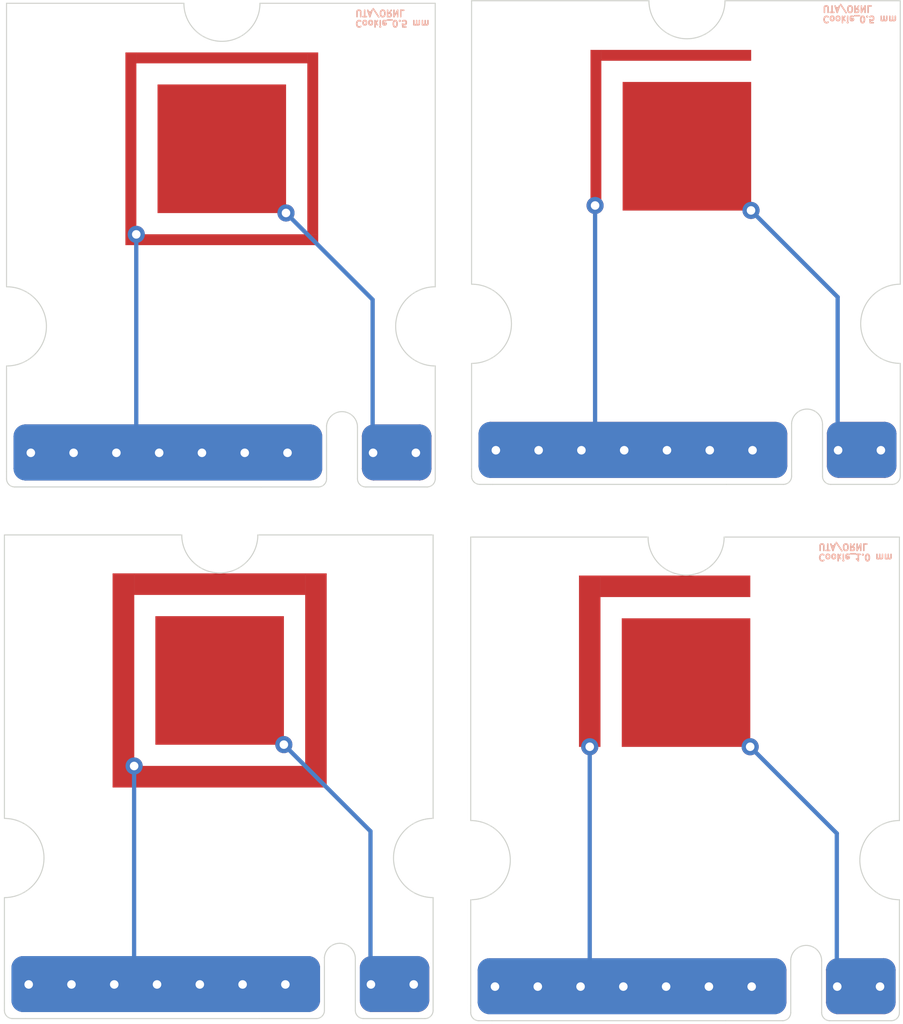
<source format=kicad_pcb>
(kicad_pcb (version 20221018) (generator pcbnew)

  (general
    (thickness 1.6)
  )

  (paper "A4")
  (layers
    (0 "F.Cu" signal)
    (31 "B.Cu" signal)
    (32 "B.Adhes" user "B.Adhesive")
    (33 "F.Adhes" user "F.Adhesive")
    (34 "B.Paste" user)
    (35 "F.Paste" user)
    (36 "B.SilkS" user "B.Silkscreen")
    (37 "F.SilkS" user "F.Silkscreen")
    (38 "B.Mask" user)
    (39 "F.Mask" user)
    (40 "Dwgs.User" user "User.Drawings")
    (41 "Cmts.User" user "User.Comments")
    (42 "Eco1.User" user "User.Eco1")
    (43 "Eco2.User" user "User.Eco2")
    (44 "Edge.Cuts" user)
    (45 "Margin" user)
    (46 "B.CrtYd" user "B.Courtyard")
    (47 "F.CrtYd" user "F.Courtyard")
    (48 "B.Fab" user)
    (49 "F.Fab" user)
    (50 "User.1" user)
    (51 "User.2" user)
    (52 "User.3" user)
    (53 "User.4" user)
    (54 "User.5" user)
    (55 "User.6" user)
    (56 "User.7" user)
    (57 "User.8" user)
    (58 "User.9" user)
  )

  (setup
    (pad_to_mask_clearance 0)
    (pcbplotparams
      (layerselection 0x00010fc_ffffffff)
      (plot_on_all_layers_selection 0x0000000_00000000)
      (disableapertmacros false)
      (usegerberextensions false)
      (usegerberattributes true)
      (usegerberadvancedattributes true)
      (creategerberjobfile true)
      (dashed_line_dash_ratio 12.000000)
      (dashed_line_gap_ratio 3.000000)
      (svgprecision 6)
      (plotframeref false)
      (viasonmask false)
      (mode 1)
      (useauxorigin false)
      (hpglpennumber 1)
      (hpglpenspeed 20)
      (hpglpendiameter 15.000000)
      (dxfpolygonmode true)
      (dxfimperialunits true)
      (dxfusepcbnewfont true)
      (psnegative false)
      (psa4output false)
      (plotreference true)
      (plotvalue true)
      (plotinvisibletext false)
      (sketchpadsonfab false)
      (subtractmaskfromsilk false)
      (outputformat 1)
      (mirror false)
      (drillshape 0)
      (scaleselection 1)
      (outputdirectory "")
    )
  )

  (net 0 "")

  (gr_rect (start 40.4 39.249016) (end 47.4 40.249016)
    (stroke (width 0.01) (type solid)) (fill solid) (layer "F.Cu") (tstamp 0290870b-6b37-402b-8de3-57db8bfa5805))
  (gr_arc (start 26.83504 32.235) (mid 27.194224 32.383804) (end 27.34304 32.743)
    (stroke (width 0.1) (type solid)) (layer "F.Cu") (tstamp 0919aed7-24d7-441f-8ff2-bf9e7baddbd2))
  (gr_poly
    (pts
      (xy 49.08304 34.1216)
      (xy 35.01144 33.385)
      (xy 35.26544 32.8262)
      (xy 49.08304 32.623)
    )

    (stroke (width 0.1) (type solid)) (fill solid) (layer "F.Cu") (tstamp 0ff27acd-0c09-479d-a507-ffc125562c67))
  (gr_poly
    (pts
      (xy 36.49544 57.742816)
      (xy 36.74944 59.216016)
      (xy 36.59704 59.165216)
      (xy 34.71744 59.190616)
      (xy 34.71744 57.717416)
    )

    (stroke (width 0.1) (type solid)) (fill solid) (layer "F.Cu") (tstamp 11c46dfa-1cd3-47eb-847e-ae635533b5e1))
  (gr_poly
    (pts
      (xy 32.04204 32.3112)
      (xy 32.29604 32.4128)
      (xy 32.35954 32.5525)
      (xy 32.44844 32.7176)
      (xy 32.44844 34.2416)
      (xy 32.37224 34.3305)
      (xy 32.29604 34.5083)
      (xy 32.16904 34.6353)
      (xy 31.96584 34.7496)
      (xy 29.76874 34.7496)
      (xy 29.73064 34.6988)
      (xy 29.60364 34.648)
      (xy 29.47664 34.5718)
      (xy 29.37504 34.4194)
      (xy 29.29884 34.267)
      (xy 29.29884 32.7049)
      (xy 29.37504 32.6287)
      (xy 29.46394 32.4763)
      (xy 29.60364 32.362)
      (xy 29.80684 32.235)
      (xy 30.17514 32.235)
      (xy 30.56884 32.235)
      (xy 31.95314 32.235)
    )

    (stroke (width 0.1) (type solid)) (fill solid) (layer "F.Cu") (tstamp 16c8d9b5-970e-4b53-8a6a-ce5a44d4cec4))
  (gr_arc (start 34.71744 57.692016) (mid 34.866217 57.332793) (end 35.22544 57.184016)
    (stroke (width 0.1) (type solid)) (layer "F.Cu") (tstamp 1a37677b-5b19-47f2-b1ed-be9d9e9ca95d))
  (gr_poly
    (pts
      (xy 48.73824 57.285616)
      (xy 48.89064 57.412616)
      (xy 48.96684 57.539616)
      (xy 49.01764 57.692016)
      (xy 46.37604 57.666616)
      (xy 34.71744 57.692016)
      (xy 34.84444 57.438016)
      (xy 35.02224 57.285616)
      (xy 35.14924 57.234816)
      (xy 35.22544 57.209416)
      (xy 48.53504 57.209416)
    )

    (stroke (width 0.1) (type solid)) (fill solid) (layer "F.Cu") (tstamp 1b07b0c9-1c01-41a1-945a-f7b0b0ef8acf))
  (gr_arc (start 35.26544 34.6296) (mid 34.90623 34.48081) (end 34.75744 34.1216)
    (stroke (width 0.1) (type solid)) (layer "F.Cu") (tstamp 1d8a36c4-37a1-4427-8eb6-4f482969f4f1))
  (gr_arc (start 31.84044 57.084016) (mid 32.199651 57.232805) (end 32.34844 57.592016)
    (stroke (width 0.1) (type solid)) (layer "F.Cu") (tstamp 20eb2096-bf3a-4735-9a96-e2b260ebfa61))
  (gr_arc (start 53.64044 57.184016) (mid 53.999651 57.332805) (end 54.14844 57.692016)
    (stroke (width 0.1) (type solid)) (layer "F.Cu") (tstamp 21e27c12-04ab-40fe-afea-3c17961ec2d1))
  (gr_arc (start 13.01744 32.743) (mid 13.166232 32.383804) (end 13.52544 32.235)
    (stroke (width 0.1) (type solid)) (layer "F.Cu") (tstamp 233a0158-a73b-4d09-8912-e3e4ebea4f50))
  (gr_arc (start 51.50684 59.698616) (mid 51.147631 59.549825) (end 50.99884 59.190616)
    (stroke (width 0.1) (type solid)) (layer "F.Cu") (tstamp 29be32d8-b86d-4e13-bbc4-1aebb7c8b4ee))
  (gr_poly
    (pts
      (xy 49.05764 34.1216)
      (xy 49.00684 34.2486)
      (xy 48.85444 34.4772)
      (xy 48.57504 34.6042)
      (xy 35.26544 34.6042)
      (xy 35.08764 34.5534)
      (xy 34.90984 34.401)
      (xy 34.75744 34.1216)
      (xy 35.26544 33.4612)
      (xy 36.17984 32.5214)
      (xy 43.19024 32.3944)
    )

    (stroke (width 0.1) (type solid)) (fill solid) (layer "F.Cu") (tstamp 2ffa601f-51cf-4194-8345-b804c00a7663))
  (gr_poly
    (pts
      (xy 53.78204 32.1912)
      (xy 54.03604 32.2928)
      (xy 54.09954 32.4325)
      (xy 54.18844 32.5976)
      (xy 54.18844 34.1216)
      (xy 54.11224 34.2105)
      (xy 54.03604 34.3883)
      (xy 53.90904 34.5153)
      (xy 53.70584 34.6296)
      (xy 51.50874 34.6296)
      (xy 51.47064 34.5788)
      (xy 51.34364 34.528)
      (xy 51.21664 34.4518)
      (xy 51.11504 34.2994)
      (xy 51.03884 34.147)
      (xy 51.03884 32.5849)
      (xy 51.11504 32.5087)
      (xy 51.20394 32.3563)
      (xy 51.34364 32.242)
      (xy 51.54684 32.115)
      (xy 51.91514 32.115)
      (xy 52.30884 32.115)
      (xy 53.69314 32.115)
    )

    (stroke (width 0.1) (type solid)) (fill solid) (layer "F.Cu") (tstamp 35fa3275-0fe0-4a72-be13-a4e5fb5537bf))
  (gr_arc (start 48.57504 32.115) (mid 48.934224 32.263804) (end 49.08304 32.623)
    (stroke (width 0.1) (type solid)) (layer "F.Cu") (tstamp 3b6109d1-c04f-4e23-bc1f-445d32c04c43))
  (gr_rect (start 18.6 39.149016) (end 26.6 40.149016)
    (stroke (width 0.01) (type solid)) (fill solid) (layer "F.Cu") (tstamp 41d2e484-e241-4694-b603-3164127826d7))
  (gr_poly
    (pts
      (xy 27.34304 34.2416)
      (xy 13.27144 33.505)
      (xy 13.52544 32.9462)
      (xy 27.34304 32.743)
    )

    (stroke (width 0.1) (type solid)) (fill solid) (layer "F.Cu") (tstamp 4419345f-c5cf-4017-97ed-5ca9c4b954c5))
  (gr_rect (start 18.2 14.8) (end 18.7 23.8)
    (stroke (width 0.01) (type solid)) (fill solid) (layer "F.Cu") (tstamp 44b957d4-3921-4d91-9b84-5e2aa0db3301))
  (gr_poly
    (pts
      (xy 49.04304 59.190616)
      (xy 34.97144 58.454016)
      (xy 35.22544 57.895216)
      (xy 49.04304 57.692016)
    )

    (stroke (width 0.1) (type solid)) (fill solid) (layer "F.Cu") (tstamp 462396fd-4e57-4c7c-834d-3edafabdc958))
  (gr_rect (start 39.94 14.68) (end 40.44 22.18)
    (stroke (width 0.01) (type solid)) (fill solid) (layer "F.Cu") (tstamp 47be04f5-d3ab-42ff-8cfd-8b95eeb07b5f))
  (gr_arc (start 54.18844 34.1216) (mid 54.039653 34.480824) (end 53.68044 34.6296)
    (stroke (width 0.1) (type solid)) (layer "F.Cu") (tstamp 47e88ab5-2857-4b47-9a27-fadd28f4d035))
  (gr_arc (start 29.19884 57.592016) (mid 29.347617 57.232793) (end 29.70684 57.084016)
    (stroke (width 0.1) (type solid)) (layer "F.Cu") (tstamp 4ca11ba7-031a-4732-ac8d-cf44fb2bd59a))
  (gr_poly
    (pts
      (xy 31.94204 57.160216)
      (xy 32.19604 57.261816)
      (xy 32.25954 57.401516)
      (xy 32.34844 57.566616)
      (xy 32.34844 59.090616)
      (xy 32.27224 59.179516)
      (xy 32.19604 59.357316)
      (xy 32.06904 59.484316)
      (xy 31.86584 59.598616)
      (xy 29.66874 59.598616)
      (xy 29.63064 59.547816)
      (xy 29.50364 59.497016)
      (xy 29.37664 59.420816)
      (xy 29.27504 59.268416)
      (xy 29.19884 59.116016)
      (xy 29.19884 57.553916)
      (xy 29.27504 57.477716)
      (xy 29.36394 57.325316)
      (xy 29.50364 57.211016)
      (xy 29.70684 57.084016)
      (xy 30.07514 57.084016)
      (xy 30.46884 57.084016)
      (xy 31.85314 57.084016)
    )

    (stroke (width 0.1) (type solid)) (fill solid) (layer "F.Cu") (tstamp 4f68fa4a-2e6a-4fc8-812a-ebc29fabc087))
  (gr_arc (start 34.75744 32.623) (mid 34.906218 32.263778) (end 35.26544 32.115)
    (stroke (width 0.1) (type solid)) (layer "F.Cu") (tstamp 509fa826-38a0-4693-be16-ab9e54607461))
  (gr_poly
    (pts
      (xy 53.74204 57.260216)
      (xy 53.99604 57.361816)
      (xy 54.05954 57.501516)
      (xy 54.14844 57.666616)
      (xy 54.14844 59.190616)
      (xy 54.07224 59.279516)
      (xy 53.99604 59.457316)
      (xy 53.86904 59.584316)
      (xy 53.66584 59.698616)
      (xy 51.46874 59.698616)
      (xy 51.43064 59.647816)
      (xy 51.30364 59.597016)
      (xy 51.17664 59.520816)
      (xy 51.07504 59.368416)
      (xy 50.99884 59.216016)
      (xy 50.99884 57.653916)
      (xy 51.07504 57.577716)
      (xy 51.16394 57.425316)
      (xy 51.30364 57.311016)
      (xy 51.50684 57.184016)
      (xy 51.87514 57.184016)
      (xy 52.26884 57.184016)
      (xy 53.65314 57.184016)
    )

    (stroke (width 0.1) (type solid)) (fill solid) (layer "F.Cu") (tstamp 57c3f26a-01b6-41bf-85e2-d153182e64f9))
  (gr_arc (start 13.52544 34.7496) (mid 13.166204 34.600824) (end 13.01744 34.2416)
    (stroke (width 0.1) (type solid)) (layer "F.Cu") (tstamp 5a17090f-ff16-44db-bc27-0137f18ae54c))
  (gr_rect (start 41.44 16.18) (end 47.44 22.18)
    (stroke (width 0.01) (type solid)) (fill solid) (layer "F.Cu") (tstamp 5e426b31-2a53-47e3-87bf-088bb6153a73))
  (gr_poly
    (pts
      (xy 27.21764 59.090616)
      (xy 27.16684 59.217616)
      (xy 27.01444 59.446216)
      (xy 26.73504 59.573216)
      (xy 13.42544 59.573216)
      (xy 13.24764 59.522416)
      (xy 13.06984 59.370016)
      (xy 12.91744 59.090616)
      (xy 13.42544 58.430216)
      (xy 14.33984 57.490416)
      (xy 21.35024 57.363416)
    )

    (stroke (width 0.1) (type solid)) (fill solid) (layer "F.Cu") (tstamp 6177b172-530d-4859-b826-01e5dbb810af))
  (gr_arc (start 27.24304 59.090616) (mid 27.094238 59.449814) (end 26.73504 59.598616)
    (stroke (width 0.1) (type solid)) (layer "F.Cu") (tstamp 68ee475f-2d57-46bd-9692-bc2773df482c))
  (gr_poly
    (pts
      (xy 27.31764 34.2416)
      (xy 27.26684 34.3686)
      (xy 27.11444 34.5972)
      (xy 26.83504 34.7242)
      (xy 13.52544 34.7242)
      (xy 13.34764 34.6734)
      (xy 13.16984 34.521)
      (xy 13.01744 34.2416)
      (xy 13.52544 33.5812)
      (xy 14.43984 32.6414)
      (xy 21.45024 32.5144)
    )

    (stroke (width 0.1) (type solid)) (fill solid) (layer "F.Cu") (tstamp 7423c73a-0f4c-4900-be2e-be6985078c0d))
  (gr_poly
    (pts
      (xy 14.69544 57.642816)
      (xy 14.94944 59.116016)
      (xy 14.79704 59.065216)
      (xy 12.91744 59.090616)
      (xy 12.91744 57.617416)
    )

    (stroke (width 0.1) (type solid)) (fill solid) (layer "F.Cu") (tstamp 745e6428-90b3-4f50-9ebc-937b3c3d0ef4))
  (gr_poly
    (pts
      (xy 27.24304 59.090616)
      (xy 13.17144 58.354016)
      (xy 13.42544 57.795216)
      (xy 27.24304 57.592016)
    )

    (stroke (width 0.1) (type solid)) (fill solid) (layer "F.Cu") (tstamp 75895cad-1822-430d-8306-0966fbeaa736))
  (gr_rect (start 18.7 23.3) (end 27.2 23.8)
    (stroke (width 0.01) (type solid)) (fill solid) (layer "F.Cu") (tstamp 77ab58c5-b993-446b-9a38-3b877a343dd3))
  (gr_poly
    (pts
      (xy 27.03824 32.3366)
      (xy 27.19064 32.4636)
      (xy 27.26684 32.5906)
      (xy 27.31764 32.743)
      (xy 24.67604 32.7176)
      (xy 13.01744 32.743)
      (xy 13.14444 32.489)
      (xy 13.32224 32.3366)
      (xy 13.44924 32.2858)
      (xy 13.52544 32.2604)
      (xy 26.83504 32.2604)
    )

    (stroke (width 0.1) (type solid)) (fill solid) (layer "F.Cu") (tstamp 7a18834c-64d7-404d-85fe-d8da0dc22056))
  (gr_poly
    (pts
      (xy 49.01764 59.190616)
      (xy 48.96684 59.317616)
      (xy 48.81444 59.546216)
      (xy 48.53504 59.673216)
      (xy 35.22544 59.673216)
      (xy 35.04764 59.622416)
      (xy 34.86984 59.470016)
      (xy 34.71744 59.190616)
      (xy 35.22544 58.530216)
      (xy 36.13984 57.590416)
      (xy 43.15024 57.463416)
    )

    (stroke (width 0.1) (type solid)) (fill solid) (layer "F.Cu") (tstamp 85004bcb-9334-4f19-bde9-034f98205ba4))
  (gr_rect (start 26.6 39.149016) (end 27.6 48.149016)
    (stroke (width 0.01) (type solid)) (fill solid) (layer "F.Cu") (tstamp 8ae26bb9-3b50-4884-8544-ade147fdc7d1))
  (gr_arc (start 50.99884 57.692016) (mid 51.147617 57.332793) (end 51.50684 57.184016)
    (stroke (width 0.1) (type solid)) (layer "F.Cu") (tstamp 8faa74e6-771c-4120-b08d-00f6c342a99e))
  (gr_rect (start 18.6 48.149016) (end 27.6 49.149016)
    (stroke (width 0.01) (type solid)) (fill solid) (layer "F.Cu") (tstamp 90bb2ba8-5913-4c66-9979-813c2a4990a9))
  (gr_poly
    (pts
      (xy 14.79544 32.7938)
      (xy 15.04944 34.267)
      (xy 14.89704 34.2162)
      (xy 13.01744 34.2416)
      (xy 13.01744 32.7684)
    )

    (stroke (width 0.1) (type solid)) (fill solid) (layer "F.Cu") (tstamp 925ac6c7-e2e4-43aa-b5af-7a6df8d306c7))
  (gr_rect (start 39.4 39.249016) (end 40.4 47.249016)
    (stroke (width 0.01) (type solid)) (fill solid) (layer "F.Cu") (tstamp 92aace4f-9111-433a-8680-8068c9c7bd7f))
  (gr_arc (start 32.44844 34.2416) (mid 32.299653 34.600824) (end 31.94044 34.7496)
    (stroke (width 0.1) (type solid)) (layer "F.Cu") (tstamp 93849d5b-cc98-42e2-9280-00582b54394b))
  (gr_arc (start 35.22544 59.698616) (mid 34.866231 59.549825) (end 34.71744 59.190616)
    (stroke (width 0.1) (type solid)) (layer "F.Cu") (tstamp 93e3f44e-e9fa-4ade-90a5-35784a153fed))
  (gr_arc (start 48.53504 57.184016) (mid 48.894251 57.332805) (end 49.04304 57.692016)
    (stroke (width 0.1) (type solid)) (layer "F.Cu") (tstamp 94f10cb2-2710-45c7-9305-54e4fd35cc53))
  (gr_arc (start 12.91744 57.592016) (mid 13.066217 57.232793) (end 13.42544 57.084016)
    (stroke (width 0.1) (type solid)) (layer "F.Cu") (tstamp 94f16949-5dc9-4416-a093-143092978456))
  (gr_arc (start 29.29884 32.743) (mid 29.447632 32.383804) (end 29.80684 32.235)
    (stroke (width 0.1) (type solid)) (layer "F.Cu") (tstamp 975dcce3-e43e-4609-8c43-fedf1a287c78))
  (gr_poly
    (pts
      (xy 48.77824 32.2166)
      (xy 48.93064 32.3436)
      (xy 49.00684 32.4706)
      (xy 49.05764 32.623)
      (xy 46.41604 32.5976)
      (xy 34.75744 32.623)
      (xy 34.88444 32.369)
      (xy 35.06224 32.2166)
      (xy 35.18924 32.1658)
      (xy 35.26544 32.1404)
      (xy 48.57504 32.1404)
    )

    (stroke (width 0.1) (type solid)) (fill solid) (layer "F.Cu") (tstamp 983ee073-8754-4be4-9e67-e71d87718a1e))
  (gr_arc (start 49.08304 34.1216) (mid 48.934239 34.480799) (end 48.57504 34.6296)
    (stroke (width 0.1) (type solid)) (layer "F.Cu") (tstamp 99dc2d78-3c3c-491e-a0bc-dba0a2d2ee94))
  (gr_poly
    (pts
      (xy 26.70964 59.598616)
      (xy 13.42544 59.598616)
      (xy 13.42544 57.084016)
      (xy 26.70964 57.084016)
    )

    (stroke (width 0.1) (type solid)) (fill solid) (layer "F.Cu") (tstamp 9aa3c1b2-afad-481e-81a0-69a30d4d4f5d))
  (gr_poly
    (pts
      (xy 48.50964 59.698616)
      (xy 35.22544 59.698616)
      (xy 35.22544 57.184016)
      (xy 48.50964 57.184016)
    )

    (stroke (width 0.1) (type solid)) (fill solid) (layer "F.Cu") (tstamp 9d086d2b-3c4f-4bac-8c39-0def707d962a))
  (gr_arc (start 13.42544 59.598616) (mid 13.066231 59.449825) (end 12.91744 59.090616)
    (stroke (width 0.1) (type solid)) (layer "F.Cu") (tstamp a1fe8b84-ad70-4c7d-b05b-d0f8ac660a8a))
  (gr_arc (start 26.73504 57.084016) (mid 27.094251 57.232805) (end 27.24304 57.592016)
    (stroke (width 0.1) (type solid)) (layer "F.Cu") (tstamp a3e11985-a994-4d67-af3f-3299c4b87241))
  (gr_arc (start 51.54684 34.6296) (mid 51.187604 34.480824) (end 51.03884 34.1216)
    (stroke (width 0.1) (type solid)) (layer "F.Cu") (tstamp a433e02c-5f53-44d0-97d4-00c9f2cf15d1))
  (gr_arc (start 29.70684 59.598616) (mid 29.347631 59.449825) (end 29.19884 59.090616)
    (stroke (width 0.1) (type solid)) (layer "F.Cu") (tstamp a63dea3a-5d94-492b-b8dc-3c91716d3c06))
  (gr_arc (start 32.34844 59.090616) (mid 32.199638 59.449814) (end 31.84044 59.598616)
    (stroke (width 0.1) (type solid)) (layer "F.Cu") (tstamp aea26ef6-ef26-4571-9f3b-3f03ee684373))
  (gr_arc (start 29.80684 34.7496) (mid 29.447604 34.600824) (end 29.29884 34.2416)
    (stroke (width 0.1) (type solid)) (layer "F.Cu") (tstamp b5c9c4d2-3bcb-48b0-bf63-714984c9f794))
  (gr_arc (start 31.94044 32.235) (mid 32.299624 32.383804) (end 32.44844 32.743)
    (stroke (width 0.1) (type solid)) (layer "F.Cu") (tstamp bb44dc2c-0edd-4334-9c0e-8b63600f57c0))
  (gr_rect (start 19.7 16.3) (end 25.7 22.3)
    (stroke (width 0.01) (type solid)) (fill solid) (layer "F.Cu") (tstamp bb9635a0-e64c-4601-940a-f78f5b5b2110))
  (gr_arc (start 54.14844 59.190616) (mid 53.999638 59.549814) (end 53.64044 59.698616)
    (stroke (width 0.1) (type solid)) (layer "F.Cu") (tstamp bd30d438-9b5b-480e-b82c-267404bffe75))
  (gr_arc (start 51.03884 32.623) (mid 51.187632 32.263804) (end 51.54684 32.115)
    (stroke (width 0.1) (type solid)) (layer "F.Cu") (tstamp bd6d966b-1f02-4229-9718-17edc08a34db))
  (gr_rect (start 26.7 14.8) (end 27.2 23.3)
    (stroke (width 0.01) (type solid)) (fill solid) (layer "F.Cu") (tstamp c8d52484-157a-4478-9352-fdb52f41f5da))
  (gr_arc (start 49.04304 59.190616) (mid 48.894238 59.549814) (end 48.53504 59.698616)
    (stroke (width 0.1) (type solid)) (layer "F.Cu") (tstamp d230d08c-5f64-4a7c-8f98-1646ca84416b))
  (gr_rect (start 18.7 14.8) (end 26.7 15.3)
    (stroke (width 0.01) (type solid)) (fill solid) (layer "F.Cu") (tstamp d27e01b0-25d5-4207-994c-f76b4b5378ef))
  (gr_poly
    (pts
      (xy 36.53544 32.6738)
      (xy 36.78944 34.147)
      (xy 36.63704 34.0962)
      (xy 34.75744 34.1216)
      (xy 34.75744 32.6484)
    )

    (stroke (width 0.1) (type solid)) (fill solid) (layer "F.Cu") (tstamp d88f2f95-b74c-48bc-bfaa-aeecdcfe5880))
  (gr_rect (start 17.6 39.149016) (end 18.6 49.149016)
    (stroke (width 0.01) (type solid)) (fill solid) (layer "F.Cu") (tstamp d8d222ce-c24b-4bf9-a888-1caf22d6867d))
  (gr_poly
    (pts
      (xy 26.93824 57.185616)
      (xy 27.09064 57.312616)
      (xy 27.16684 57.439616)
      (xy 27.21764 57.592016)
      (xy 24.57604 57.566616)
      (xy 12.91744 57.592016)
      (xy 13.04444 57.338016)
      (xy 13.22224 57.185616)
      (xy 13.34924 57.134816)
      (xy 13.42544 57.109416)
      (xy 26.73504 57.109416)
    )

    (stroke (width 0.1) (type solid)) (fill solid) (layer "F.Cu") (tstamp d9b3619b-86e4-4d08-beb4-cfea70bf7571))
  (gr_poly
    (pts
      (xy 48.54964 34.6296)
      (xy 35.26544 34.6296)
      (xy 35.26544 32.115)
      (xy 48.54964 32.115)
    )

    (stroke (width 0.1) (type solid)) (fill solid) (layer "F.Cu") (tstamp d9c92f49-32fc-425e-85ed-ed13844bcc15))
  (gr_rect (start 19.6 41.149016) (end 25.6 47.149016)
    (stroke (width 0.01) (type solid)) (fill solid) (layer "F.Cu") (tstamp dd0ffc8e-71b8-48ec-8429-9b09969d0b6c))
  (gr_rect (start 40.44 14.68) (end 47.44 15.18)
    (stroke (width 0.01) (type solid)) (fill solid) (layer "F.Cu") (tstamp eea415fd-4139-4b18-b758-ca9229a8f18d))
  (gr_arc (start 53.68044 32.115) (mid 54.039624 32.263804) (end 54.18844 32.623)
    (stroke (width 0.1) (type solid)) (layer "F.Cu") (tstamp f355acc5-d73b-4b12-a848-b95f85aacc98))
  (gr_rect (start 41.4 41.249016) (end 47.4 47.249016)
    (stroke (width 0.01) (type solid)) (fill solid) (layer "F.Cu") (tstamp f8108dfc-ff8a-4a12-aab4-bf8bea577669))
  (gr_arc (start 27.34304 34.2416) (mid 27.194253 34.600824) (end 26.83504 34.7496)
    (stroke (width 0.1) (type solid)) (layer "F.Cu") (tstamp f810c8f7-f27a-419c-bf5b-d7015cb40a4d))
  (gr_poly
    (pts
      (xy 26.80964 34.7496)
      (xy 13.52544 34.7496)
      (xy 13.52544 32.235)
      (xy 26.80964 32.235)
    )

    (stroke (width 0.1) (type solid)) (fill solid) (layer "F.Cu") (tstamp f98c4e46-8cfc-4f73-9deb-ee5a68f91b74))
  (gr_arc (start 54.1488 59.188616) (mid 54.00001 59.547826) (end 53.6408 59.696616)
    (stroke (width 0.1) (type solid)) (layer "B.Cu") (tstamp 02d5b280-9874-4feb-92d0-bf84a446ade1))
  (gr_arc (start 51.5472 34.6276) (mid 51.18796 34.47884) (end 51.0392 34.1196)
    (stroke (width 0.1) (type solid)) (layer "B.Cu") (tstamp 0937ec84-4f2d-4833-9304-824bb1ef19ba))
  (gr_arc (start 48.532324 57.184395) (mid 48.891527 57.333192) (end 49.040324 57.692395)
    (stroke (width 0.1) (type solid)) (layer "B.Cu") (tstamp 0a61c8df-5210-41b2-9395-0d4b716c121a))
  (gr_poly
    (pts
      (xy 49.054924 34.121979)
      (xy 49.004124 34.248979)
      (xy 48.851724 34.477579)
      (xy 48.572324 34.604579)
      (xy 35.262724 34.604579)
      (xy 35.084924 34.553779)
      (xy 34.907124 34.401379)
      (xy 34.754724 34.121979)
      (xy 35.262724 33.461579)
      (xy 36.177124 32.521779)
      (xy 43.187524 32.394779)
    )

    (stroke (width 0.1) (type solid)) (fill solid) (layer "B.Cu") (tstamp 0dc22af0-641c-46c1-a345-4541a66171bc))
  (gr_poly
    (pts
      (xy 27.214924 59.090995)
      (xy 27.164124 59.217995)
      (xy 27.011724 59.446595)
      (xy 26.732324 59.573595)
      (xy 13.422724 59.573595)
      (xy 13.244924 59.522795)
      (xy 13.067124 59.370395)
      (xy 12.914724 59.090995)
      (xy 13.422724 58.430595)
      (xy 14.337124 57.490795)
      (xy 21.347524 57.363795)
    )

    (stroke (width 0.1) (type solid)) (fill solid) (layer "B.Cu") (tstamp 154867d6-22c3-4c98-bd8e-2672769bfc1b))
  (gr_poly
    (pts
      (xy 36.532724 32.674179)
      (xy 36.786724 34.147379)
      (xy 36.634324 34.096579)
      (xy 34.754724 34.121979)
      (xy 34.754724 32.648779)
    )

    (stroke (width 0.1) (type solid)) (fill solid) (layer "B.Cu") (tstamp 15c44f6d-3707-479a-b350-1acfcf6c3311))
  (gr_poly
    (pts
      (xy 48.775524 32.216979)
      (xy 48.927924 32.343979)
      (xy 49.004124 32.470979)
      (xy 49.054924 32.623379)
      (xy 46.413324 32.597979)
      (xy 34.754724 32.623379)
      (xy 34.881724 32.369379)
      (xy 35.059524 32.216979)
      (xy 35.186524 32.166179)
      (xy 35.262724 32.140779)
      (xy 48.572324 32.140779)
    )

    (stroke (width 0.1) (type solid)) (fill solid) (layer "B.Cu") (tstamp 1656821a-f5e1-4428-bec3-a8f6478f3bb6))
  (gr_arc (start 35.222724 59.698995) (mid 34.863506 59.550213) (end 34.714724 59.190995)
    (stroke (width 0.1) (type solid)) (layer "B.Cu") (tstamp 19b4f635-e680-42a2-aa17-5529804ff1d4))
  (gr_arc (start 32.4488 34.2396) (mid 32.300018 34.598818) (end 31.9408 34.7476)
    (stroke (width 0.1) (type solid)) (layer "B.Cu") (tstamp 1b36c9d1-3cbf-4499-9cdc-88f4173a2424))
  (gr_poly
    (pts
      (xy 32.0424 32.3092)
      (xy 32.2964 32.4108)
      (xy 32.3599 32.5505)
      (xy 32.4488 32.7156)
      (xy 32.4488 34.2396)
      (xy 32.3726 34.3285)
      (xy 32.2964 34.5063)
      (xy 32.1694 34.6333)
      (xy 31.9662 34.7476)
      (xy 29.7691 34.7476)
      (xy 29.731 34.6968)
      (xy 29.604 34.646)
      (xy 29.477 34.5698)
      (xy 29.3754 34.4174)
      (xy 29.2992 34.265)
      (xy 29.2992 32.7029)
      (xy 29.3754 32.6267)
      (xy 29.4643 32.4743)
      (xy 29.604 32.36)
      (xy 29.8072 32.233)
      (xy 30.1755 32.233)
      (xy 30.5692 32.233)
      (xy 31.9535 32.233)
    )

    (stroke (width 0.1) (type solid)) (fill solid) (layer "B.Cu") (tstamp 1b84620d-37a3-4b75-bf74-a9f5060ec612))
  (gr_arc (start 13.422724 59.598995) (mid 13.063506 59.450213) (end 12.914724 59.090995)
    (stroke (width 0.1) (type solid)) (layer "B.Cu") (tstamp 1beae7ee-1cf6-4429-80d1-d7c743c2099e))
  (gr_poly
    (pts
      (xy 48.546924 34.629979)
      (xy 35.262724 34.629979)
      (xy 35.262724 32.115379)
      (xy 48.546924 32.115379)
    )

    (stroke (width 0.1) (type solid)) (fill solid) (layer "B.Cu") (tstamp 1c52f5e1-a15b-429a-af35-65e68db5a362))
  (gr_poly
    (pts
      (xy 48.546924 34.629979)
      (xy 35.262724 34.629979)
      (xy 35.262724 32.115379)
      (xy 48.546924 32.115379)
    )

    (stroke (width 0.1) (type solid)) (fill solid) (layer "B.Cu") (tstamp 1ccd7408-11f2-43f7-8322-5ab2f853200f))
  (gr_line (start 47.44 22.18) (end 51.49 26.23)
    (stroke (width 0.2) (type default)) (layer "B.Cu") (tstamp 1fc20994-e14e-4f80-85e2-71169e1f1001))
  (gr_arc (start 35.222724 59.698995) (mid 34.863506 59.550213) (end 34.714724 59.190995)
    (stroke (width 0.1) (type solid)) (layer "B.Cu") (tstamp 25e60e3a-defc-45f0-9e61-881ea55ae290))
  (gr_poly
    (pts
      (xy 36.492724 57.743195)
      (xy 36.746724 59.216395)
      (xy 36.594324 59.165595)
      (xy 34.714724 59.190995)
      (xy 34.714724 57.717795)
    )

    (stroke (width 0.1) (type solid)) (fill solid) (layer "B.Cu") (tstamp 2854ef11-a144-44f1-9df9-985eade20926))
  (gr_poly
    (pts
      (xy 36.532724 32.674179)
      (xy 36.786724 34.147379)
      (xy 36.634324 34.096579)
      (xy 34.754724 34.121979)
      (xy 34.754724 32.648779)
    )

    (stroke (width 0.1) (type solid)) (fill solid) (layer "B.Cu") (tstamp 2bcdd954-33d0-4623-8adc-6dd86e9e5cc1))
  (gr_arc (start 13.014724 32.743379) (mid 13.163522 32.384177) (end 13.522724 32.235379)
    (stroke (width 0.1) (type solid)) (layer "B.Cu") (tstamp 2c0f44ac-23f8-4879-89f7-5586d3d70fda))
  (gr_poly
    (pts
      (xy 49.080324 34.121979)
      (xy 35.008724 33.385379)
      (xy 35.262724 32.826579)
      (xy 49.080324 32.623379)
    )

    (stroke (width 0.1) (type solid)) (fill solid) (layer "B.Cu") (tstamp 30a9d50d-56af-457f-9733-b2104c480118))
  (gr_line (start 51.49 26.23) (end 51.49 32.28)
    (stroke (width 0.2) (type default)) (layer "B.Cu") (tstamp 30da27bc-6e27-4665-bb88-e03719e2b2f4))
  (gr_arc (start 26.832324 32.235379) (mid 27.191534 32.384169) (end 27.340324 32.743379)
    (stroke (width 0.1) (type solid)) (layer "B.Cu") (tstamp 349a3230-fcb6-456c-bb7f-e816580d049d))
  (gr_line (start 39.9 47.35) (end 39.9 57.25)
    (stroke (width 0.2) (type default)) (layer "B.Cu") (tstamp 34ac58a3-563a-41b1-9225-6be9ebafb13a))
  (gr_arc (start 34.754724 32.623379) (mid 34.903508 32.264161) (end 35.262724 32.115379)
    (stroke (width 0.1) (type solid)) (layer "B.Cu") (tstamp 35295f9c-898d-466e-9741-06c7def8e720))
  (gr_arc (start 34.714724 57.692395) (mid 34.863508 57.333179) (end 35.222724 57.184395)
    (stroke (width 0.1) (type solid)) (layer "B.Cu") (tstamp 3592afc6-9f63-4e70-92c5-3dd9da7cb9d2))
  (gr_poly
    (pts
      (xy 31.9424 57.158216)
      (xy 32.1964 57.259816)
      (xy 32.2599 57.399516)
      (xy 32.3488 57.564616)
      (xy 32.3488 59.088616)
      (xy 32.2726 59.177516)
      (xy 32.1964 59.355316)
      (xy 32.0694 59.482316)
      (xy 31.8662 59.596616)
      (xy 29.6691 59.596616)
      (xy 29.631 59.545816)
      (xy 29.504 59.495016)
      (xy 29.377 59.418816)
      (xy 29.2754 59.266416)
      (xy 29.1992 59.114016)
      (xy 29.1992 57.551916)
      (xy 29.2754 57.475716)
      (xy 29.3643 57.323316)
      (xy 29.504 57.209016)
      (xy 29.7072 57.082016)
      (xy 30.0755 57.082016)
      (xy 30.4692 57.082016)
      (xy 31.8535 57.082016)
    )

    (stroke (width 0.1) (type solid)) (fill solid) (layer "B.Cu") (tstamp 36ed54e7-606d-414d-bde3-526f1162d762))
  (gr_arc (start 29.1992 57.590016) (mid 29.34799 57.230806) (end 29.7072 57.082016)
    (stroke (width 0.1) (type solid)) (layer "B.Cu") (tstamp 3ed4a474-cd77-4eed-9147-b94a76d3c4b4))
  (gr_poly
    (pts
      (xy 27.340324 34.241979)
      (xy 13.268724 33.505379)
      (xy 13.522724 32.946579)
      (xy 27.340324 32.743379)
    )

    (stroke (width 0.1) (type solid)) (fill solid) (layer "B.Cu") (tstamp 41d53856-42cc-4457-bebb-5741e63ee131))
  (gr_poly
    (pts
      (xy 48.775524 32.216979)
      (xy 48.927924 32.343979)
      (xy 49.004124 32.470979)
      (xy 49.054924 32.623379)
      (xy 46.413324 32.597979)
      (xy 34.754724 32.623379)
      (xy 34.881724 32.369379)
      (xy 35.059524 32.216979)
      (xy 35.186524 32.166179)
      (xy 35.262724 32.140779)
      (xy 48.572324 32.140779)
    )

    (stroke (width 0.1) (type solid)) (fill solid) (layer "B.Cu") (tstamp 42bdf6ec-4bf1-4e0d-89b8-8d4f7d09920d))
  (gr_poly
    (pts
      (xy 48.735524 57.285995)
      (xy 48.887924 57.412995)
      (xy 48.964124 57.539995)
      (xy 49.014924 57.692395)
      (xy 46.373324 57.666995)
      (xy 34.714724 57.692395)
      (xy 34.841724 57.438395)
      (xy 35.019524 57.285995)
      (xy 35.146524 57.235195)
      (xy 35.222724 57.209795)
      (xy 48.532324 57.209795)
    )

    (stroke (width 0.1) (type solid)) (fill solid) (layer "B.Cu") (tstamp 42c43950-bc4a-4f8d-957c-0f23f222ea92))
  (gr_arc (start 12.914724 57.592395) (mid 13.063508 57.233179) (end 13.422724 57.084395)
    (stroke (width 0.1) (type solid)) (layer "B.Cu") (tstamp 430a9e6f-8ed2-4088-91a6-ce4c7ef619dd))
  (gr_poly
    (pts
      (xy 26.935524 57.185995)
      (xy 27.087924 57.312995)
      (xy 27.164124 57.439995)
      (xy 27.214924 57.592395)
      (xy 24.573324 57.566995)
      (xy 12.914724 57.592395)
      (xy 13.041724 57.338395)
      (xy 13.219524 57.185995)
      (xy 13.346524 57.135195)
      (xy 13.422724 57.109795)
      (xy 26.732324 57.109795)
    )

    (stroke (width 0.1) (type solid)) (fill solid) (layer "B.Cu") (tstamp 436413ea-d0b7-4aa1-ab7d-3518dd8eb2e1))
  (gr_poly
    (pts
      (xy 49.040324 59.190995)
      (xy 34.968724 58.454395)
      (xy 35.222724 57.895595)
      (xy 49.040324 57.692395)
    )

    (stroke (width 0.1) (type solid)) (fill solid) (layer "B.Cu") (tstamp 463b79e7-1686-4063-aa0a-9b56d9616707))
  (gr_poly
    (pts
      (xy 48.506924 59.698995)
      (xy 35.222724 59.698995)
      (xy 35.222724 57.184395)
      (xy 48.506924 57.184395)
    )

    (stroke (width 0.1) (type solid)) (fill solid) (layer "B.Cu") (tstamp 500bc2b2-7ca0-46ff-bd38-b2e8122bc1c0))
  (gr_poly
    (pts
      (xy 26.806924 34.749979)
      (xy 13.522724 34.749979)
      (xy 13.522724 32.235379)
      (xy 26.806924 32.235379)
    )

    (stroke (width 0.1) (type solid)) (fill solid) (layer "B.Cu") (tstamp 541adec2-5a0e-4627-90b5-3e84f9ac6da0))
  (gr_poly
    (pts
      (xy 27.240324 59.090995)
      (xy 13.168724 58.354395)
      (xy 13.422724 57.795595)
      (xy 27.240324 57.592395)
    )

    (stroke (width 0.1) (type solid)) (fill solid) (layer "B.Cu") (tstamp 5475343c-6158-46d5-ac10-b1045deca978))
  (gr_arc (start 13.522724 34.749979) (mid 13.163493 34.60121) (end 13.014724 34.241979)
    (stroke (width 0.1) (type solid)) (layer "B.Cu") (tstamp 5563d328-4915-4d67-8076-f4c41cf56f05))
  (gr_line (start 51.45 51.299016) (end 51.45 57.349016)
    (stroke (width 0.2) (type default)) (layer "B.Cu") (tstamp 5764d593-5975-443c-bdef-015db2850ec8))
  (gr_arc (start 35.262724 34.629979) (mid 34.903506 34.481196) (end 34.754724 34.121979)
    (stroke (width 0.1) (type solid)) (layer "B.Cu") (tstamp 58ccee4b-2753-4cf4-b841-b51317dd7d69))
  (gr_arc (start 48.532324 57.184395) (mid 48.891527 57.333192) (end 49.040324 57.692395)
    (stroke (width 0.1) (type solid)) (layer "B.Cu") (tstamp 5b627ae8-5b4c-4ceb-94ac-9391bad8c1a6))
  (gr_poly
    (pts
      (xy 36.492724 57.743195)
      (xy 36.746724 59.216395)
      (xy 36.594324 59.165595)
      (xy 34.714724 59.190995)
      (xy 34.714724 57.717795)
    )

    (stroke (width 0.1) (type solid)) (fill solid) (layer "B.Cu") (tstamp 5cf2b284-dc5b-4430-86a4-1c5a627f25c9))
  (gr_arc (start 13.522724 34.749979) (mid 13.163494 34.601209) (end 13.014724 34.241979)
    (stroke (width 0.1) (type solid)) (layer "B.Cu") (tstamp 5d08cc9f-2208-4670-8c68-b408c546c11b))
  (gr_arc (start 26.732324 57.084395) (mid 27.091527 57.233192) (end 27.240324 57.592395)
    (stroke (width 0.1) (type solid)) (layer "B.Cu") (tstamp 67b340b4-3fb6-40a9-90df-ccb33bb39969))
  (gr_line (start 29.65 51.199016) (end 29.65 57.249016)
    (stroke (width 0.2) (type default)) (layer "B.Cu") (tstamp 680b2d1e-17fd-4415-9989-485c86bc02c7))
  (gr_arc (start 13.014724 32.743379) (mid 13.163522 32.384177) (end 13.522724 32.235379)
    (stroke (width 0.1) (type solid)) (layer "B.Cu") (tstamp 69a55c76-6e63-4ab0-b52f-8f960d331967))
  (gr_poly
    (pts
      (xy 53.7824 32.1892)
      (xy 54.0364 32.2908)
      (xy 54.0999 32.4305)
      (xy 54.1888 32.5956)
      (xy 54.1888 34.1196)
      (xy 54.1126 34.2085)
      (xy 54.0364 34.3863)
      (xy 53.9094 34.5133)
      (xy 53.7062 34.6276)
      (xy 51.5091 34.6276)
      (xy 51.471 34.5768)
      (xy 51.344 34.526)
      (xy 51.217 34.4498)
      (xy 51.1154 34.2974)
      (xy 51.0392 34.145)
      (xy 51.0392 32.5829)
      (xy 51.1154 32.5067)
      (xy 51.2043 32.3543)
      (xy 51.344 32.24)
      (xy 51.5472 32.113)
      (xy 51.9155 32.113)
      (xy 52.3092 32.113)
      (xy 53.6935 32.113)
    )

    (stroke (width 0.1) (type solid)) (fill solid) (layer "B.Cu") (tstamp 6d7b2cb3-0c76-4d11-b4af-f2ce84b14417))
  (gr_poly
    (pts
      (xy 27.214924 59.090995)
      (xy 27.164124 59.217995)
      (xy 27.011724 59.446595)
      (xy 26.732324 59.573595)
      (xy 13.422724 59.573595)
      (xy 13.244924 59.522795)
      (xy 13.067124 59.370395)
      (xy 12.914724 59.090995)
      (xy 13.422724 58.430595)
      (xy 14.337124 57.490795)
      (xy 21.347524 57.363795)
    )

    (stroke (width 0.1) (type solid)) (fill solid) (layer "B.Cu") (tstamp 731dead8-c13e-49dc-bac7-a8cec9718118))
  (gr_poly
    (pts
      (xy 53.7424 57.258216)
      (xy 53.9964 57.359816)
      (xy 54.0599 57.499516)
      (xy 54.1488 57.664616)
      (xy 54.1488 59.188616)
      (xy 54.0726 59.277516)
      (xy 53.9964 59.455316)
      (xy 53.8694 59.582316)
      (xy 53.6662 59.696616)
      (xy 51.4691 59.696616)
      (xy 51.431 59.645816)
      (xy 51.304 59.595016)
      (xy 51.177 59.518816)
      (xy 51.0754 59.366416)
      (xy 50.9992 59.214016)
      (xy 50.9992 57.651916)
      (xy 51.0754 57.575716)
      (xy 51.1643 57.423316)
      (xy 51.304 57.309016)
      (xy 51.5072 57.182016)
      (xy 51.8755 57.182016)
      (xy 52.2692 57.182016)
      (xy 53.6535 57.182016)
    )

    (stroke (width 0.1) (type solid)) (fill solid) (layer "B.Cu") (tstamp 7b401546-2545-4c8d-8cd1-7ac1fe5676fe))
  (gr_poly
    (pts
      (xy 27.240324 59.090995)
      (xy 13.168724 58.354395)
      (xy 13.422724 57.795595)
      (xy 27.240324 57.592395)
    )

    (stroke (width 0.1) (type solid)) (fill solid) (layer "B.Cu") (tstamp 7c6ffe4f-cdfb-41e5-b79c-f0d52a5f2683))
  (gr_poly
    (pts
      (xy 49.014924 59.190995)
      (xy 48.964124 59.317995)
      (xy 48.811724 59.546595)
      (xy 48.532324 59.673595)
      (xy 35.222724 59.673595)
      (xy 35.044924 59.622795)
      (xy 34.867124 59.470395)
      (xy 34.714724 59.190995)
      (xy 35.222724 58.530595)
      (xy 36.137124 57.590795)
      (xy 43.147524 57.463795)
    )

    (stroke (width 0.1) (type solid)) (fill solid) (layer "B.Cu") (tstamp 81863eb5-5f93-499e-a5d4-79d041a673d8))
  (gr_arc (start 54.1888 34.1196) (mid 54.04001 34.47881) (end 53.6808 34.6276)
    (stroke (width 0.1) (type solid)) (layer "B.Cu") (tstamp 831b0ff4-4117-4be5-a4df-d31b0d5b9318))
  (gr_line (start 25.6 47.149016) (end 29.65 51.199016)
    (stroke (width 0.2) (type default)) (layer "B.Cu") (tstamp 8379f198-f847-4e1e-b0d5-00c0082d044a))
  (gr_arc (start 49.080324 34.121979) (mid 48.931528 34.481182) (end 48.572324 34.629979)
    (stroke (width 0.1) (type solid)) (layer "B.Cu") (tstamp 83dcd9db-d672-45e2-aa71-a39883ea27da))
  (gr_arc (start 49.040324 59.190995) (mid 48.891529 59.5502) (end 48.532324 59.698995)
    (stroke (width 0.1) (type solid)) (layer "B.Cu") (tstamp 873ea82f-0544-41e1-85d3-1f519fb706ca))
  (gr_line (start 18.7 23.3) (end 18.7 32.25)
    (stroke (width 0.2) (type default)) (layer "B.Cu") (tstamp 891cd0dc-14ab-4197-a519-8b50c9872faa))
  (gr_arc (start 48.572324 32.115379) (mid 48.931526 32.264176) (end 49.080324 32.623379)
    (stroke (width 0.1) (type solid)) (layer "B.Cu") (tstamp 8be65a52-9c8d-4175-b69b-737ef033c392))
  (gr_poly
    (pts
      (xy 26.706924 59.598995)
      (xy 13.422724 59.598995)
      (xy 13.422724 57.084395)
      (xy 26.706924 57.084395)
    )

    (stroke (width 0.1) (type solid)) (fill solid) (layer "B.Cu") (tstamp 915d3908-6d6e-4f63-85e9-6c6705965d6d))
  (gr_poly
    (pts
      (xy 27.340324 34.241979)
      (xy 13.268724 33.505379)
      (xy 13.522724 32.946579)
      (xy 27.340324 32.743379)
    )

    (stroke (width 0.1) (type solid)) (fill solid) (layer "B.Cu") (tstamp 91b4d55d-7f9a-49d8-8e5d-8fc2edee4616))
  (gr_arc (start 26.832324 32.235379) (mid 27.191525 32.384178) (end 27.340324 32.743379)
    (stroke (width 0.1) (type solid)) (layer "B.Cu") (tstamp 9774bf9e-4a6e-45d0-984d-9ec3dc2c39f1))
  (gr_poly
    (pts
      (xy 14.692724 57.643195)
      (xy 14.946724 59.116395)
      (xy 14.794324 59.065595)
      (xy 12.914724 59.090995)
      (xy 12.914724 57.617795)
    )

    (stroke (width 0.1) (type solid)) (fill solid) (layer "B.Cu") (tstamp 9789b989-52fd-43dd-a40f-410e1d7034b8))
  (gr_poly
    (pts
      (xy 14.792724 32.794179)
      (xy 15.046724 34.267379)
      (xy 14.894324 34.216579)
      (xy 13.014724 34.241979)
      (xy 13.014724 32.768779)
    )

    (stroke (width 0.1) (type solid)) (fill solid) (layer "B.Cu") (tstamp 9a16c278-9ae1-4836-a10b-8dfc81718bff))
  (gr_poly
    (pts
      (xy 49.080324 34.121979)
      (xy 35.008724 33.385379)
      (xy 35.262724 32.826579)
      (xy 49.080324 32.623379)
    )

    (stroke (width 0.1) (type solid)) (fill solid) (layer "B.Cu") (tstamp 9ac42bb3-55c5-4653-819a-5b24f1d873e4))
  (gr_arc (start 48.572324 32.115379) (mid 48.931526 32.264176) (end 49.080324 32.623379)
    (stroke (width 0.1) (type solid)) (layer "B.Cu") (tstamp 9b15f5d3-cb52-42d2-891b-3055ba6a8ab0))
  (gr_line (start 29.75 26.35) (end 29.75 32.4)
    (stroke (width 0.2) (type default)) (layer "B.Cu") (tstamp 9c04049c-4c99-4132-b1d9-8ece5df66cf4))
  (gr_arc (start 29.2992 32.741) (mid 29.447998 32.381798) (end 29.8072 32.233)
    (stroke (width 0.1) (type solid)) (layer "B.Cu") (tstamp 9c81c703-656e-4e73-8e12-ff4f8c5dfcdc))
  (gr_poly
    (pts
      (xy 48.506924 59.698995)
      (xy 35.222724 59.698995)
      (xy 35.222724 57.184395)
      (xy 48.506924 57.184395)
    )

    (stroke (width 0.1) (type solid)) (fill solid) (layer "B.Cu") (tstamp 9c89e64c-9321-4b21-ad03-add5ed8e5322))
  (gr_poly
    (pts
      (xy 26.935524 57.185995)
      (xy 27.087924 57.312995)
      (xy 27.164124 57.439995)
      (xy 27.214924 57.592395)
      (xy 24.573324 57.566995)
      (xy 12.914724 57.592395)
      (xy 13.041724 57.338395)
      (xy 13.219524 57.185995)
      (xy 13.346524 57.135195)
      (xy 13.422724 57.109795)
      (xy 26.732324 57.109795)
    )

    (stroke (width 0.1) (type solid)) (fill solid) (layer "B.Cu") (tstamp 9d777d9b-560a-497b-9d70-71b7d6785363))
  (gr_arc (start 49.040324 59.190995) (mid 48.891529 59.5502) (end 48.532324 59.698995)
    (stroke (width 0.1) (type solid)) (layer "B.Cu") (tstamp aad64271-3c1a-4082-9808-bd453d1304a1))
  (gr_poly
    (pts
      (xy 27.314924 34.241979)
      (xy 27.264124 34.368979)
      (xy 27.111724 34.597579)
      (xy 26.832324 34.724579)
      (xy 13.522724 34.724579)
      (xy 13.344924 34.673779)
      (xy 13.167124 34.521379)
      (xy 13.014724 34.241979)
      (xy 13.522724 33.581579)
      (xy 14.437124 32.641779)
      (xy 21.447524 32.514779)
    )

    (stroke (width 0.1) (type solid)) (fill solid) (layer "B.Cu") (tstamp ae9bb43a-9c9f-422f-bde4-b1bd54ec44fc))
  (gr_arc (start 53.6808 32.113) (mid 54.039981 32.261819) (end 54.1888 32.621)
    (stroke (width 0.1) (type solid)) (layer "B.Cu") (tstamp af753657-ec54-4f40-b1a1-91b2d6bfd355))
  (gr_arc (start 29.7072 59.596616) (mid 29.34796 59.447856) (end 29.1992 59.088616)
    (stroke (width 0.1) (type solid)) (layer "B.Cu") (tstamp b2b0dfb5-4e97-4d8a-80fd-44fa1fa93680))
  (gr_line (start 18.6 48.149016) (end 18.6 57.099016)
    (stroke (width 0.2) (type default)) (layer "B.Cu") (tstamp b7b15ffc-d642-491b-b77a-5f43d90d386a))
  (gr_poly
    (pts
      (xy 27.314924 34.241979)
      (xy 27.264124 34.368979)
      (xy 27.111724 34.597579)
      (xy 26.832324 34.724579)
      (xy 13.522724 34.724579)
      (xy 13.344924 34.673779)
      (xy 13.167124 34.521379)
      (xy 13.014724 34.241979)
      (xy 13.522724 33.581579)
      (xy 14.437124 32.641779)
      (xy 21.447524 32.514779)
    )

    (stroke (width 0.1) (type solid)) (fill solid) (layer "B.Cu") (tstamp b7bd7bcc-ff43-49a2-a5d4-fc6032d13576))
  (gr_poly
    (pts
      (xy 26.706924 59.598995)
      (xy 13.422724 59.598995)
      (xy 13.422724 57.084395)
      (xy 26.706924 57.084395)
    )

    (stroke (width 0.1) (type solid)) (fill solid) (layer "B.Cu") (tstamp b7e91299-1b96-4d57-9719-45f698d384fc))
  (gr_line (start 40.15 21.95) (end 40.15 32.3)
    (stroke (width 0.2) (type default)) (layer "B.Cu") (tstamp b9cc8256-f9ef-4ce9-bd98-39e3a28e1d1d))
  (gr_arc (start 31.8408 57.082016) (mid 32.199981 57.230835) (end 32.3488 57.590016)
    (stroke (width 0.1) (type solid)) (layer "B.Cu") (tstamp ba735052-2739-494f-8a71-63510641adcd))
  (gr_poly
    (pts
      (xy 49.054924 34.121979)
      (xy 49.004124 34.248979)
      (xy 48.851724 34.477579)
      (xy 48.572324 34.604579)
      (xy 35.262724 34.604579)
      (xy 35.084924 34.553779)
      (xy 34.907124 34.401379)
      (xy 34.754724 34.121979)
      (xy 35.262724 33.461579)
      (xy 36.177124 32.521779)
      (xy 43.187524 32.394779)
    )

    (stroke (width 0.1) (type solid)) (fill solid) (layer "B.Cu") (tstamp bc78fc45-1b23-4449-b69a-cdae2a8434bf))
  (gr_poly
    (pts
      (xy 48.735524 57.285995)
      (xy 48.887924 57.412995)
      (xy 48.964124 57.539995)
      (xy 49.014924 57.692395)
      (xy 46.373324 57.666995)
      (xy 34.714724 57.692395)
      (xy 34.841724 57.438395)
      (xy 35.019524 57.285995)
      (xy 35.146524 57.235195)
      (xy 35.222724 57.209795)
      (xy 48.532324 57.209795)
    )

    (stroke (width 0.1) (type solid)) (fill solid) (layer "B.Cu") (tstamp bf9fccb4-34d9-4d21-a711-40e6bd75b934))
  (gr_arc (start 51.5072 59.696616) (mid 51.14796 59.547856) (end 50.9992 59.188616)
    (stroke (width 0.1) (type solid)) (layer "B.Cu") (tstamp c614070b-e35f-4a82-b888-7c93f105366a))
  (gr_poly
    (pts
      (xy 49.014924 59.190995)
      (xy 48.964124 59.317995)
      (xy 48.811724 59.546595)
      (xy 48.532324 59.673595)
      (xy 35.222724 59.673595)
      (xy 35.044924 59.622795)
      (xy 34.867124 59.470395)
      (xy 34.714724 59.190995)
      (xy 35.222724 58.530595)
      (xy 36.137124 57.590795)
      (xy 43.147524 57.463795)
    )

    (stroke (width 0.1) (type solid)) (fill solid) (layer "B.Cu") (tstamp c6aaadbe-8130-43a8-a8fb-cb85593d7e79))
  (gr_arc (start 34.754724 32.623379) (mid 34.903508 32.264161) (end 35.262724 32.115379)
    (stroke (width 0.1) (type solid)) (layer "B.Cu") (tstamp c79945c5-0ff6-40af-a30b-cc2eba48ff33))
  (gr_poly
    (pts
      (xy 27.035524 32.336979)
      (xy 27.187924 32.463979)
      (xy 27.264124 32.590979)
      (xy 27.314924 32.743379)
      (xy 24.673324 32.717979)
      (xy 13.014724 32.743379)
      (xy 13.141724 32.489379)
      (xy 13.319524 32.336979)
      (xy 13.446524 32.286179)
      (xy 13.522724 32.260779)
      (xy 26.832324 32.260779)
    )

    (stroke (width 0.1) (type solid)) (fill solid) (layer "B.Cu") (tstamp cac43ddd-fb5c-4e69-a822-e754751f110d))
  (gr_arc (start 51.0392 32.621) (mid 51.18799 32.26179) (end 51.5472 32.113)
    (stroke (width 0.1) (type solid)) (layer "B.Cu") (tstamp cb2d669c-f8a1-4cc9-8bb5-8b3ba840ea59))
  (gr_arc (start 50.9992 57.690016) (mid 51.14799 57.330806) (end 51.5072 57.182016)
    (stroke (width 0.1) (type solid)) (layer "B.Cu") (tstamp d13e846b-a107-4d54-85b6-2b370c88c984))
  (gr_arc (start 27.340324 34.241979) (mid 27.191552 34.601207) (end 26.832324 34.749979)
    (stroke (width 0.1) (type solid)) (layer "B.Cu") (tstamp d140d5b0-a57f-46fa-a42d-9c2ff5e0d5ab))
  (gr_line (start 47.4 47.249016) (end 51.45 51.299016)
    (stroke (width 0.2) (type default)) (layer "B.Cu") (tstamp d40c50e8-e926-49a4-8bb9-d8dbb5a14079))
  (gr_arc (start 27.340324 34.241979) (mid 27.191551 34.601206) (end 26.832324 34.749979)
    (stroke (width 0.1) (type solid)) (layer "B.Cu") (tstamp db376f8a-6879-445e-91e6-0290eb4b0fbe))
  (gr_arc (start 26.732324 57.084395) (mid 27.091527 57.233192) (end 27.240324 57.592395)
    (stroke (width 0.1) (type solid)) (layer "B.Cu") (tstamp de9a06c8-0010-49e6-8458-02fd62095b7e))
  (gr_line (start 25.7 22.3) (end 29.75 26.35)
    (stroke (width 0.2) (type default)) (layer "B.Cu") (tstamp df1cb1dc-0ab9-4b37-85b4-076760b11640))
  (gr_arc (start 35.262724 34.629979) (mid 34.903506 34.481196) (end 34.754724 34.121979)
    (stroke (width 0.1) (type solid)) (layer "B.Cu") (tstamp e34a30c2-7b8b-4869-ae67-9421a5922d05))
  (gr_arc (start 32.3488 59.088616) (mid 32.20001 59.447826) (end 31.8408 59.596616)
    (stroke (width 0.1) (type solid)) (layer "B.Cu") (tstamp e4ffe88b-3627-4701-b84f-ac29859995fb))
  (gr_arc (start 27.240324 59.090995) (mid 27.091529 59.4502) (end 26.732324 59.598995)
    (stroke (width 0.1) (type solid)) (layer "B.Cu") (tstamp e5451b71-1979-4c69-95ae-38025afc5fad))
  (gr_arc (start 49.080324 34.121979) (mid 48.931528 34.481182) (end 48.572324 34.629979)
    (stroke (width 0.1) (type solid)) (layer "B.Cu") (tstamp e89e9ee0-5244-42e4-af93-44e23bc7d70d))
  (gr_arc (start 31.9408 32.233) (mid 32.29999 32.38181) (end 32.4488 32.741)
    (stroke (width 0.1) (type solid)) (layer "B.Cu") (tstamp eb7c9088-772f-4f7e-8c41-5bbf345f7e3a))
  (gr_poly
    (pts
      (xy 14.692724 57.643195)
      (xy 14.946724 59.116395)
      (xy 14.794324 59.065595)
      (xy 12.914724 59.090995)
      (xy 12.914724 57.617795)
    )

    (stroke (width 0.1) (type solid)) (fill solid) (layer "B.Cu") (tstamp ee9ecd27-9b2a-4bd3-8d49-ece0fd6662a4))
  (gr_arc (start 29.8072 34.7476) (mid 29.44797 34.59883) (end 29.2992 34.2396)
    (stroke (width 0.1) (type solid)) (layer "B.Cu") (tstamp eef36b80-a9fc-419a-a6a0-50462ba228e6))
  (gr_poly
    (pts
      (xy 49.040324 59.190995)
      (xy 34.968724 58.454395)
      (xy 35.222724 57.895595)
      (xy 49.040324 57.692395)
    )

    (stroke (width 0.1) (type solid)) (fill solid) (layer "B.Cu") (tstamp f019aff6-3ce8-493d-bf2b-477e3c16f28a))
  (gr_arc (start 13.422724 59.598995) (mid 13.063506 59.450213) (end 12.914724 59.090995)
    (stroke (width 0.1) (type solid)) (layer "B.Cu") (tstamp f0df3924-4be4-4a50-8b14-36a6add3556c))
  (gr_arc (start 53.6408 57.182016) (mid 53.999981 57.330835) (end 54.1488 57.690016)
    (stroke (width 0.1) (type solid)) (layer "B.Cu") (tstamp f36c5e54-440d-4b4d-bd41-7fff0946b8f0))
  (gr_poly
    (pts
      (xy 26.806924 34.749979)
      (xy 13.522724 34.749979)
      (xy 13.522724 32.235379)
      (xy 26.806924 32.235379)
    )

    (stroke (width 0.1) (type solid)) (fill solid) (layer "B.Cu") (tstamp f44d0786-bc7a-4fb2-9bbf-6736fa9522b2))
  (gr_poly
    (pts
      (xy 14.792724 32.794179)
      (xy 15.046724 34.267379)
      (xy 14.894324 34.216579)
      (xy 13.014724 34.241979)
      (xy 13.014724 32.768779)
    )

    (stroke (width 0.1) (type solid)) (fill solid) (layer "B.Cu") (tstamp f4c03c72-7ffc-440a-97e7-3a5079c5568c))
  (gr_poly
    (pts
      (xy 27.035524 32.336979)
      (xy 27.187924 32.463979)
      (xy 27.264124 32.590979)
      (xy 27.314924 32.743379)
      (xy 24.673324 32.717979)
      (xy 13.014724 32.743379)
      (xy 13.141724 32.489379)
      (xy 13.319524 32.336979)
      (xy 13.446524 32.286179)
      (xy 13.522724 32.260779)
      (xy 26.832324 32.260779)
    )

    (stroke (width 0.1) (type solid)) (fill solid) (layer "B.Cu") (tstamp f6505eb1-45a9-43cf-be38-d47ed60f1ed0))
  (gr_arc (start 12.914724 57.592395) (mid 13.063508 57.233179) (end 13.422724 57.084395)
    (stroke (width 0.1) (type solid)) (layer "B.Cu") (tstamp fb67f84d-88fb-4cd2-9fcb-2605239b58db))
  (gr_arc (start 34.714724 57.692395) (mid 34.863508 57.333179) (end 35.222724 57.184395)
    (stroke (width 0.1) (type solid)) (layer "B.Cu") (tstamp fd6428ad-85d9-4594-972d-6e94e300bf63))
  (gr_arc (start 27.240324 59.090995) (mid 27.091529 59.4502) (end 26.732324 59.598995)
    (stroke (width 0.1) (type solid)) (layer "B.Cu") (tstamp fdd3ac13-5661-4637-85c3-c1cd3d681771))
  (gr_rect (start 34.135 57.034016) (end 54.515 60.194016)
    (stroke (width 0.01) (type solid)) (fill solid) (layer "B.Mask") (tstamp 4d9be292-b006-4a9c-adff-60cc32ce7d89))
  (gr_rect (start 12.335 56.934016) (end 32.715 60.094016)
    (stroke (width 0.01) (type solid)) (fill solid) (layer "B.Mask") (tstamp 7a476b20-ff35-473f-9e3c-0cacee5f6c37))
  (gr_rect (start 12.435 32.085) (end 32.815 35.245)
    (stroke (width 0.01) (type solid)) (fill solid) (layer "B.Mask") (tstamp ac4bdf39-edd5-4f65-ba19-fabe8d5d80d1))
  (gr_rect (start 34.175 31.965) (end 54.555 35.125)
    (stroke (width 0.01) (type solid)) (fill solid) (layer "B.Mask") (tstamp ba494686-1ed6-410b-a5d8-4b56471e335b))
  (gr_rect (start 34.35 12.35) (end 54.44 35.111967)
    (stroke (width 0.01) (type solid)) (fill solid) (layer "F.Mask") (tstamp 1d855a58-f499-430a-9da1-3263157591f1))
  (gr_rect (start 12.51 37.319016) (end 32.6 60.080983)
    (stroke (width 0.01) (type solid)) (fill solid) (layer "F.Mask") (tstamp 1fd2313b-c790-45b7-8915-07206126d735))
  (gr_rect (start 34.31 37.419016) (end 54.4 60.180983)
    (stroke (width 0.01) (type solid)) (fill solid) (layer "F.Mask") (tstamp 4c82102f-9904-4695-bb94-7f61e65253f7))
  (gr_rect (start 12.61 12.47) (end 32.7 35.231967)
    (stroke (width 0.01) (type solid)) (fill solid) (layer "F.Mask") (tstamp 848f29ea-eedd-41fd-a356-82ea8525cd6c))
  (gr_line (start 29.4233 35.1052) (end 32.29604 35.1052)
    (stroke (width 0.05) (type solid)) (layer "Edge.Cuts") (tstamp 06ac2812-add9-45c5-aeee-39aa022e7c52))
  (gr_line (start 34.33644 59.343016) (end 34.33644 59.673216)
    (stroke (width 0.05) (type solid)) (layer "Edge.Cuts") (tstamp 0baefaf4-c9a6-4855-a493-618b42aed4de))
  (gr_arc (start 27.49704 59.573216) (mid 27.385435 59.842611) (end 27.11604 59.954216)
    (stroke (width 0.05) (type solid)) (layer "Edge.Cuts") (tstamp 10d0cd05-caad-4462-9b0f-621641c39a18))
  (gr_arc (start 34.75744 34.9852) (mid 34.488032 34.873608) (end 34.37644 34.6042)
    (stroke (width 0.05) (type solid)) (layer "Edge.Cuts") (tstamp 115cc857-ee33-4cf4-88d6-63b3fd5a5efb))
  (gr_line (start 34.33644 37.448216) (end 42.627 37.448216)
    (stroke (width 0.05) (type solid)) (layer "Edge.Cuts") (tstamp 17d14d16-44e9-46ab-b0d6-7b1877787793))
  (gr_arc (start 32.67704 34.7242) (mid 32.56545 34.993622) (end 32.29604 35.1052)
    (stroke (width 0.05) (type solid)) (layer "Edge.Cuts") (tstamp 18665121-f87e-4f83-a62f-f7d7da41b778))
  (gr_line (start 32.57704 50.599016) (end 32.57704 37.348216)
    (stroke (width 0.05) (type solid)) (layer "Edge.Cuts") (tstamp 1c45fa3d-5f73-4c53-a488-03e4c8c3e38f))
  (gr_line (start 12.53644 59.243016) (end 12.53644 54.299016)
    (stroke (width 0.05) (type solid)) (layer "Edge.Cuts") (tstamp 2170a202-6e51-4881-b04f-94d4f08f511a))
  (gr_line (start 50.7823 32.18866) (end 50.7823 34.6042)
    (stroke (width 0.05) (type solid)) (layer "Edge.Cuts") (tstamp 29722a3f-f8d5-4313-90df-cff862091931))
  (gr_arc (start 51.1233 60.054216) (mid 50.853892 59.942624) (end 50.7423 59.673216)
    (stroke (width 0.05) (type solid)) (layer "Edge.Cuts") (tstamp 2a669835-d7b4-4d27-83aa-6c6d47ebf798))
  (gr_line (start 13.01744 35.1052) (end 13.62704 35.1052)
    (stroke (width 0.05) (type solid)) (layer "Edge.Cuts") (tstamp 2a9dac41-3741-4748-8f66-25eb4dbc9adb))
  (gr_line (start 48.95604 34.9852) (end 46.28904 34.9852)
    (stroke (width 0.05) (type solid)) (layer "Edge.Cuts") (tstamp 2b7ecc48-0f25-49c0-ab14-3496d2883b38))
  (gr_line (start 46.183 37.448216) (end 54.37704 37.448216)
    (stroke (width 0.05) (type solid)) (layer "Edge.Cuts") (tstamp 33cece17-a54b-466d-9c89-67bc28d20c94))
  (gr_arc (start 34.39 25.629951) (mid 36.240049 27.48) (end 34.39 29.330049)
    (stroke (width 0.05) (type default)) (layer "Edge.Cuts") (tstamp 36e635c6-0460-48fb-a48a-28e3b7b2eea9))
  (gr_arc (start 51.1633 34.9852) (mid 50.893892 34.873608) (end 50.7823 34.6042)
    (stroke (width 0.05) (type solid)) (layer "Edge.Cuts") (tstamp 377f732e-979b-44d6-9609-1cf59a88c4c4))
  (gr_arc (start 32.67704 29.45) (mid 30.826843 27.599803) (end 32.67704 25.749606)
    (stroke (width 0.05) (type default)) (layer "Edge.Cuts") (tstamp 3834d1bd-2be2-44f4-9969-06a65b061c36))
  (gr_arc (start 29.4233 35.1052) (mid 29.153892 34.993608) (end 29.0423 34.7242)
    (stroke (width 0.05) (type solid)) (layer "Edge.Cuts") (tstamp 3ebc003d-2b7d-4f8e-a02a-c0e973932f0a))
  (gr_line (start 29.0423 32.30866) (end 29.0423 34.7242)
    (stroke (width 0.05) (type solid)) (layer "Edge.Cuts") (tstamp 41f70c36-9a93-4049-9366-dd7090767245))
  (gr_arc (start 24.383 37.348216) (mid 22.605 39.126216) (end 20.827 37.348216)
    (stroke (width 0.05) (type solid)) (layer "Edge.Cuts") (tstamp 469eaad6-89b2-46c9-bccc-617dea2c43e8))
  (gr_arc (start 34.71744 60.054216) (mid 34.448033 59.942623) (end 34.33644 59.673216)
    (stroke (width 0.05) (type solid)) (layer "Edge.Cuts") (tstamp 4798bd7b-7ebb-4158-a16b-a3434345d78e))
  (gr_line (start 46.24904 60.054216) (end 35.32704 60.054216)
    (stroke (width 0.05) (type solid)) (layer "Edge.Cuts") (tstamp 4d4b9335-2349-462b-808f-23fd6ef15f11))
  (gr_line (start 27.21604 35.1052) (end 24.54904 35.1052)
    (stroke (width 0.05) (type solid)) (layer "Edge.Cuts") (tstamp 51a35a61-293c-4c49-89ad-8e09fcb4c6ee))
  (gr_line (start 12.63644 12.4992) (end 20.927 12.4992)
    (stroke (width 0.05) (type solid)) (layer "Edge.Cuts") (tstamp 52728951-5b60-488e-becf-9bd754d01bb8))
  (gr_arc (start 27.59704 34.7242) (mid 27.48545 34.993622) (end 27.21604 35.1052)
    (stroke (width 0.05) (type solid)) (layer "Edge.Cuts") (tstamp 57b5e5e7-36b2-4c85-b1b9-0c4769661936))
  (gr_arc (start 27.596465 32.255359) (mid 28.345069 31.585289) (end 29.0423 32.30866)
    (stroke (width 0.05) (type solid)) (layer "Edge.Cuts") (tstamp 5bb7044c-c0c6-43be-9347-62b1d2636aff))
  (gr_arc (start 13.01744 35.1052) (mid 12.748006 34.993622) (end 12.63644 34.7242)
    (stroke (width 0.05) (type solid)) (layer "Edge.Cuts") (tstamp 61ac5176-c2a6-4fdf-a185-390a429759d2))
  (gr_line (start 24.44904 59.954216) (end 13.52704 59.954216)
    (stroke (width 0.05) (type solid)) (layer "Edge.Cuts") (tstamp 62bd692d-6fcb-4490-aa5a-cb27cfabfd89))
  (gr_line (start 50.7423 57.257676) (end 50.7423 59.673216)
    (stroke (width 0.05) (type solid)) (layer "Edge.Cuts") (tstamp 662462e4-cfdb-49d8-ba69-0c23f0f9751e))
  (gr_line (start 27.496465 57.104375) (end 27.49704 59.573216)
    (stroke (width 0.05) (type solid)) (layer "Edge.Cuts") (tstamp 6f6d7ceb-e952-4bbd-9686-b5099be703c7))
  (gr_line (start 54.37704 50.699016) (end 54.37704 37.448216)
    (stroke (width 0.05) (type solid)) (layer "Edge.Cuts") (tstamp 7221c41b-37b0-4e23-8a6a-ad2d9f53ba01))
  (gr_line (start 48.91604 60.054216) (end 46.24904 60.054216)
    (stroke (width 0.05) (type solid)) (layer "Edge.Cuts") (tstamp 723ba28b-8374-43c2-a9ed-e13618616b0e))
  (gr_arc (start 49.336465 32.135359) (mid 50.085069 31.465289) (end 50.7823 32.18866)
    (stroke (width 0.05) (type solid)) (layer "Edge.Cuts") (tstamp 7bd41381-8f04-473b-acb7-a7c094233fb3))
  (gr_line (start 27.596465 32.255359) (end 27.59704 34.7242)
    (stroke (width 0.05) (type solid)) (layer "Edge.Cuts") (tstamp 7cc98f81-c53e-41fa-9cfa-1cf253771149))
  (gr_arc (start 49.33704 34.6042) (mid 49.22545 34.873622) (end 48.95604 34.9852)
    (stroke (width 0.05) (type solid)) (layer "Edge.Cuts") (tstamp 7d4c01c2-9060-48a7-8e4f-ebb22cafba10))
  (gr_line (start 54.41704 25.63) (end 54.41704 12.3792)
    (stroke (width 0.05) (type solid)) (layer "Edge.Cuts") (tstamp 7e3bbc45-befd-4c3d-9d74-fa5d7dd1f82f))
  (gr_line (start 12.53644 59.243016) (end 12.53644 59.573216)
    (stroke (width 0.05) (type solid)) (layer "Edge.Cuts") (tstamp 7f75fac2-8ba9-4be7-aa20-78f341caee77))
  (gr_line (start 49.296465 57.204375) (end 49.29704 59.673216)
    (stroke (width 0.05) (type solid)) (layer "Edge.Cuts") (tstamp 805bb715-2b9f-46bc-a224-7f42aff0c95b))
  (gr_arc (start 54.37704 54.399016) (mid 52.52684 52.548819) (end 54.37704 50.698622)
    (stroke (width 0.05) (type default)) (layer "Edge.Cuts") (tstamp 812824bf-00fb-4844-9dc9-c701f87f64a8))
  (gr_line (start 24.383 37.348216) (end 32.57704 37.348216)
    (stroke (width 0.05) (type solid)) (layer "Edge.Cuts") (tstamp 84f9784f-3f4f-4c29-a9a1-3312490cf2a6))
  (gr_arc (start 49.29704 59.673216) (mid 49.185435 59.942611) (end 48.91604 60.054216)
    (stroke (width 0.05) (type solid)) (layer "Edge.Cuts") (tstamp 864f4355-a039-4d5a-a426-691bb14f5e2d))
  (gr_arc (start 54.41704 29.33) (mid 52.56684 27.4798) (end 54.41704 25.629606)
    (stroke (width 0.05) (type default)) (layer "Edge.Cuts") (tstamp 8678931e-5f59-4262-b4d0-2034ffd77c59))
  (gr_line (start 24.483 12.4992) (end 32.67704 12.4992)
    (stroke (width 0.05) (type solid)) (layer "Edge.Cuts") (tstamp 8902e359-6911-49e6-964a-802fc18a8e6a))
  (gr_arc (start 49.296465 57.204375) (mid 50.045068 56.534305) (end 50.7423 57.257676)
    (stroke (width 0.05) (type solid)) (layer "Edge.Cuts") (tstamp 8995e5a5-9060-4225-ae9f-e1a24dede326))
  (gr_line (start 51.1233 60.054216) (end 53.99604 60.054216)
    (stroke (width 0.05) (type solid)) (layer "Edge.Cuts") (tstamp 8befc049-acef-4f96-8ab6-981fa6388579))
  (gr_line (start 24.54904 35.1052) (end 13.62704 35.1052)
    (stroke (width 0.05) (type solid)) (layer "Edge.Cuts") (tstamp 8f6c231e-5a58-4139-af7b-c27ec60d27b7))
  (gr_line (start 12.53644 50.599016) (end 12.53644 37.348216)
    (stroke (width 0.05) (type solid)) (layer "Edge.Cuts") (tstamp 94768dbb-1a3e-4bb2-b8e0-270d7055cbf9))
  (gr_arc (start 24.483 12.4992) (mid 22.705 14.2772) (end 20.927 12.4992)
    (stroke (width 0.05) (type solid)) (layer "Edge.Cuts") (tstamp 9ae2c893-89cf-41dc-aed8-f707c9128f7f))
  (gr_arc (start 46.223 12.3792) (mid 44.445 14.1572) (end 42.667 12.3792)
    (stroke (width 0.05) (type solid)) (layer "Edge.Cuts") (tstamp 9d2d25d8-8f5b-4ccf-b340-4504b8354fb1))
  (gr_line (start 49.336465 32.135359) (end 49.33704 34.6042)
    (stroke (width 0.05) (type solid)) (layer "Edge.Cuts") (tstamp 9f9ef75b-d9e8-4ac5-843c-dd2dd515d157))
  (gr_arc (start 54.37704 59.673216) (mid 54.265435 59.942611) (end 53.99604 60.054216)
    (stroke (width 0.05) (type solid)) (layer "Edge.Cuts") (tstamp a58f68ac-9c93-464b-83f3-be22e71c951e))
  (gr_arc (start 29.3233 59.954216) (mid 29.053892 59.842624) (end 28.9423 59.573216)
    (stroke (width 0.05) (type solid)) (layer "Edge.Cuts") (tstamp a8e67187-566d-4bd0-9555-0f7875c5aa52))
  (gr_line (start 32.67704 34.7242) (end 32.67704 29.45)
    (stroke (width 0.05) (type solid)) (layer "Edge.Cuts") (tstamp a94f8c19-58e2-4f6e-8ec1-4a4279dc839b))
  (gr_line (start 54.37704 59.673216) (end 54.37704 54.399016)
    (stroke (width 0.05) (type solid)) (layer "Edge.Cuts") (tstamp ab191bd4-2212-4d80-a25b-15fc7bd4056b))
  (gr_line (start 54.41704 34.6042) (end 54.41704 29.33)
    (stroke (width 0.05) (type solid)) (layer "Edge.Cuts") (tstamp ac650327-4f0a-4ba4-be4a-e9d7b2e9aa96))
  (gr_line (start 34.37644 25.63) (end 34.37644 12.3792)
    (stroke (width 0.05) (type solid)) (layer "Edge.Cuts") (tstamp ae71f5b7-82bd-42e1-a6b9-d700c4e2154f))
  (gr_line (start 12.63644 34.394) (end 12.63644 34.7242)
    (stroke (width 0.05) (type solid)) (layer "Edge.Cuts") (tstamp af265856-8f8f-4174-9075-20ef3dd58813))
  (gr_line (start 12.91744 59.954216) (end 13.52704 59.954216)
    (stroke (width 0.05) (type solid)) (layer "Edge.Cuts") (tstamp b0d4702f-5c08-492d-99d4-aae32889e25d))
  (gr_line (start 27.11604 59.954216) (end 24.44904 59.954216)
    (stroke (width 0.05) (type solid)) (layer "Edge.Cuts") (tstamp b14b941f-2ecd-4101-aca4-08f5d8ef594d))
  (gr_line (start 28.9423 57.157676) (end 28.9423 59.573216)
    (stroke (width 0.05) (type solid)) (layer "Edge.Cuts") (tstamp b4f0bd2b-63f9-448e-84aa-77f69ec809ce))
  (gr_line (start 32.67704 25.75) (end 32.67704 12.4992)
    (stroke (width 0.05) (type solid)) (layer "Edge.Cuts") (tstamp b58162ea-f8e5-49a0-baa8-eacbc2a28439))
  (gr_arc (start 54.41704 34.6042) (mid 54.30545 34.873622) (end 54.03604 34.9852)
    (stroke (width 0.05) (type solid)) (layer "Edge.Cuts") (tstamp c01da1ac-bca1-4678-8c04-34e771881c84))
  (gr_line (start 34.37644 34.274) (end 34.37644 29.33)
    (stroke (width 0.05) (type solid)) (layer "Edge.Cuts") (tstamp c181e682-368b-4013-8f3f-acce8ea070a4))
  (gr_arc (start 34.35 50.698967) (mid 36.200049 52.549016) (end 34.35 54.399065)
    (stroke (width 0.05) (type default)) (layer "Edge.Cuts") (tstamp c35f6d47-3cf8-407b-b4df-e021e07d33b8))
  (gr_arc (start 46.183 37.448216) (mid 44.405 39.226216) (end 42.627 37.448216)
    (stroke (width 0.05) (type solid)) (layer "Edge.Cuts") (tstamp c6061a7c-8bd2-401c-823f-2513f40efb63))
  (gr_arc (start 12.65 25.749951) (mid 14.500049 27.6) (end 12.65 29.450049)
    (stroke (width 0.05) (type default)) (layer "Edge.Cuts") (tstamp cae73bb4-55ed-43cb-9891-1272efd00027))
  (gr_arc (start 12.55 50.598967) (mid 14.400049 52.449016) (end 12.55 54.299065)
    (stroke (width 0.05) (type default)) (layer "Edge.Cuts") (tstamp ceedd118-455c-4860-b2af-3e5ed551cdfe))
  (gr_arc (start 32.57704 54.299016) (mid 30.72684 52.448819) (end 32.57704 50.598622)
    (stroke (width 0.05) (type default)) (layer "Edge.Cuts") (tstamp d132d8f5-2a23-4309-b5fe-fe35aae8aa3b))
  (gr_arc (start 12.91744 59.954216) (mid 12.648033 59.842623) (end 12.53644 59.573216)
    (stroke (width 0.05) (type solid)) (layer "Edge.Cuts") (tstamp d4c7f28e-3f41-43f9-91c5-f65c67583f29))
  (gr_line (start 12.53644 37.348216) (end 20.827 37.348216)
    (stroke (width 0.05) (type solid)) (layer "Edge.Cuts") (tstamp d66a0ec7-f2aa-4821-a7d8-ea684c98d740))
  (gr_arc (start 27.496465 57.104375) (mid 28.245068 56.434305) (end 28.9423 57.157676)
    (stroke (width 0.05) (type solid)) (layer "Edge.Cuts") (tstamp d7dc9364-f619-4f93-bbec-6685b1acd5c5))
  (gr_line (start 34.37644 34.274) (end 34.37644 34.6042)
    (stroke (width 0.05) (type solid)) (layer "Edge.Cuts") (tstamp d89abcf0-cc0e-4c81-8a7d-d86d5cc29f8e))
  (gr_line (start 34.33644 50.699016) (end 34.33644 37.448216)
    (stroke (width 0.05) (type solid)) (layer "Edge.Cuts") (tstamp da7a4151-74fe-4abe-ad27-47fe8bd3e044))
  (gr_line (start 34.71744 60.054216) (end 35.32704 60.054216)
    (stroke (width 0.05) (type solid)) (layer "Edge.Cuts") (tstamp dab0a7f8-78fd-4ced-bad1-89c60abc4d91))
  (gr_line (start 34.33644 59.343016) (end 34.33644 54.399016)
    (stroke (width 0.05) (type solid)) (layer "Edge.Cuts") (tstamp dfb60280-dcef-4f82-a7b3-dbb12a410d8a))
  (gr_line (start 34.75744 34.9852) (end 35.36704 34.9852)
    (stroke (width 0.05) (type solid)) (layer "Edge.Cuts") (tstamp e1869468-be40-4ae7-b40f-b4577741dca4))
  (gr_line (start 51.1633 34.9852) (end 54.03604 34.9852)
    (stroke (width 0.05) (type solid)) (layer "Edge.Cuts") (tstamp e1c1c6e3-a59d-41e0-a132-b6037d16f71c))
  (gr_line (start 46.28904 34.9852) (end 35.36704 34.9852)
    (stroke (width 0.05) (type solid)) (layer "Edge.Cuts") (tstamp e27346da-599a-4c34-af81-6527de3d13af))
  (gr_line (start 29.3233 59.954216) (end 32.19604 59.954216)
    (stroke (width 0.05) (type solid)) (layer "Edge.Cuts") (tstamp e33fd54c-fe90-4b89-b756-5f5b7702b49b))
  (gr_line (start 34.37644 12.3792) (end 42.667 12.3792)
    (stroke (width 0.05) (type solid)) (layer "Edge.Cuts") (tstamp e4b28eae-ebd8-4974-b44e-8a30ff936d69))
  (gr_arc (start 32.57704 59.573216) (mid 32.465435 59.842611) (end 32.19604 59.954216)
    (stroke (width 0.05) (type solid)) (layer "Edge.Cuts") (tstamp e8bfa32f-1a3c-4ce8-9854-ae861c7226d2))
  (gr_line (start 12.63644 34.394) (end 12.63644 29.45)
    (stroke (width 0.05) (type solid)) (layer "Edge.Cuts") (tstamp eb23172e-e03e-48f3-b17c-57d0e9f08434))
  (gr_line (start 32.57704 59.573216) (end 32.57704 54.299016)
    (stroke (width 0.05) (type solid)) (layer "Edge.Cuts") (tstamp ed8c98a6-3e64-4660-9129-36bf5f27c618))
  (gr_line (start 12.63644 25.75) (end 12.63644 12.4992)
    (stroke (width 0.05) (type solid)) (layer "Edge.Cuts") (tstamp f3201834-9cde-45e0-822c-489dbba76e5a))
  (gr_line (start 46.223 12.3792) (end 54.41704 12.3792)
    (stroke (width 0.05) (type solid)) (layer "Edge.Cuts") (tstamp f4c396e6-5f93-4f40-a27d-6a15ad209eba))
  (gr_rect (start 41.4 41.249016) (end 47.4 47.249016)
    (stroke (width 0.01) (type default)) (fill none) (layer "User.8") (tstamp 04b86db8-8e81-4fa2-bb57-b77734bc6c2d))
  (gr_line (start 26.7 22.3) (end 26.7 16.3)
    (stroke (width 0.01) (type dash)) (layer "User.8") (tstamp 070bfd9b-7ba7-440e-a8dc-b51ed68f26c6))
  (gr_rect (start 17.7 23.3) (end 18.7 24.3)
    (stroke (width 0.01) (type solid)) (fill none) (layer "User.8") (tstamp 07f04c4b-b5fb-46f1-917e-07b725ae210e))
  (gr_rect (start 40.4 47.249016) (end 41.4 48.249016)
    (stroke (width 0.01) (type default)) (fill none) (layer "User.8") (tstamp 0a52033d-c99e-4cee-be71-315f4e793bdc))
  (gr_line (start 40.94 15.68) (end 47.94 15.68)
    (stroke (width 0.01) (type default)) (layer "User.8") (tstamp 0dec5459-800a-44d1-ad40-96d515628731))
  (gr_line (start 47.35 41.299016) (end 48.9 39.749016)
    (stroke (width 0.01) (type default)) (layer "User.8") (tstamp 0fe246bc-0708-4d0d-989a-a93030f830c3))
  (gr_line (start 48.4 47.249016) (end 48.4 41.249016)
    (stroke (width 0.01) (type dash)) (layer "User.8") (tstamp 17ec24ec-0c7b-4132-bb7e-70b1e215d139))
  (gr_line (start 34.39 27.475) (end 54.39 27.475)
    (stroke (width 0.01) (type default)) (layer "User.8") (tstamp 1bd1e5f0-b120-46f4-bdbd-e7f52ab2e39c))
  (gr_line (start 18.7 16.3) (end 18.7 22.3)
    (stroke (width 0.01) (type dash)) (layer "User.8") (tstamp 1d9a79d5-8398-4f5b-b41b-3abb47b750ba))
  (gr_rect (start 39.94 14.68) (end 40.94 15.68)
    (stroke (width 0.01) (type default)) (fill none) (layer "User.8") (tstamp 1fa2a237-cacf-4295-b94a-f8e1845330da))
  (gr_rect (start 26.7 23.3) (end 27.7 24.3)
    (stroke (width 0.01) (type solid)) (fill none) (layer "User.8") (tstamp 204e7c72-311a-44b0-a619-3e5692a75049))
  (gr_line (start 47.94 22.68) (end 47.94 15.68)
    (stroke (width 0.01) (type default)) (layer "User.8") (tstamp 209503e7-e619-483f-97b0-4e0d31ea0919))
  (gr_line (start 19.6 47.149016) (end 18.1 48.649016)
    (stroke (width 0.01) (type default)) (layer "User.8") (tstamp 2119aa06-af33-474b-8fa5-9dec8ce1928b))
  (gr_line (start 18.6 47.649016) (end 26.6 47.649016)
    (stroke (width 0.01) (type default)) (layer "User.8") (tstamp 24ef6800-d7dc-456b-ab80-5fff4fcaba75))
  (gr_rect (start 26.1 39.649016) (end 27.1 40.649016)
    (stroke (width 0.01) (type default)) (fill none) (layer "User.8") (tstamp 28bebc64-b731-4b2d-a0db-8750f8ff93a3))
  (gr_line (start 41.44 22.18) (end 39.94 23.68)
    (stroke (width 0.01) (type default)) (layer "User.8") (tstamp 29226b4e-3821-470e-b1e8-f2eaa1f6f736))
  (gr_rect (start 19.6 41.149016) (end 25.6 47.149016)
    (stroke (width 0.01) (type default)) (fill none) (layer "User.8") (tstamp 2ba2e0fd-e52d-4320-abe5-fcb12654afc7))
  (gr_rect (start 19.7 16.3) (end 25.7 22.3)
    (stroke (width 0.01) (type default)) (fill none) (layer "User.8") (tstamp 2cd4be88-8544-4c5e-94ea-dddff9535c07))
  (gr_rect (start 18.2 14.8) (end 19.2 15.8)
    (stroke (width 0.01) (type default)) (fill none) (layer "User.8") (tstamp 2ec6bc0f-a98a-4b80-ad91-16a47cde6567))
  (gr_rect (start 25.6 40.149016) (end 26.6 41.149016)
    (stroke (width 0.01) (type default)) (fill none) (layer "User.8") (tstamp 2f2f45ae-2d0f-4209-b9ee-e2bb599c5af1))
  (gr_line (start 12.65 27.595) (end 32.65 27.595)
    (stroke (width 0.01) (type default)) (layer "User.8") (tstamp 308879d1-7357-4271-820e-2183ff7abcb4))
  (gr_line (start 34.35 52.544016) (end 54.35 52.544016)
    (stroke (width 0.01) (type default)) (layer "User.8") (tstamp 30d8dab2-2725-4005-bf16-c30f2c471437))
  (gr_line (start 41.44 23.18) (end 47.44 23.18)
    (stroke (width 0.01) (type dash)) (layer "User.8") (tstamp 35562c9f-11ff-4f9a-b0d2-c1c74a51e9fe))
  (gr_line (start 47.4 47.249016) (end 48.9 48.749016)
    (stroke (width 0.01) (type default)) (layer "User.8") (tstamp 35a52c82-bd94-4613-af8a-5b1f631be599))
  (gr_rect (start 26.1 47.649016) (end 27.1 48.649016)
    (stroke (width 0.01) (type default)) (fill none) (layer "User.8") (tstamp 35e7090c-c96f-46ae-a0c4-527112d70ffb))
  (gr_rect (start 39.4 48.249016) (end 40.4 49.249016)
    (stroke (width 0.01) (type solid)) (fill none) (layer "User.8") (tstamp 386c5d18-fcc6-4bc1-9687-3e8a0fde6212))
  (gr_line (start 25.65 16.35) (end 27.2 14.8)
    (stroke (width 0.01) (type default)) (layer "User.8") (tstamp 3affaa24-c02a-4c7b-97c9-117befec6c76))
  (gr_line (start 22.605 39.144016) (end 22.605 59.544016)
    (stroke (width 0.01) (type default)) (layer "User.8") (tstamp 3ce3dbca-263c-408d-abaf-6f0a7e6ee622))
  (gr_line (start 19.7 23.3) (end 25.7 23.3)
    (stroke (width 0.01) (type dash)) (layer "User.8") (tstamp 3f7a4fd3-147b-431e-ac30-80b32ef6e27c))
  (gr_rect (start 26.6 39.149016) (end 27.6 40.149016)
    (stroke (width 0.01) (type solid)) (fill none) (layer "User.8") (tstamp 40602451-1805-40c7-853b-0f8bcbfb1a1d))
  (gr_line (start 25.6 40.149016) (end 19.6 40.149016)
    (stroke (width 0.01) (type dash)) (layer "User.8") (tstamp 4388ea81-4193-41ac-8e74-e8fa078d6ea9))
  (gr_rect (start 25.6 47.149016) (end 26.6 48.149016)
    (stroke (width 0.01) (type default)) (fill none) (layer "User.8") (tstamp 43decb76-c28a-4932-9733-0857797405bc))
  (gr_rect (start 40.4 40.249016) (end 41.4 41.249016)
    (stroke (width 0.01) (type default)) (fill none) (layer "User.8") (tstamp 48a89823-11ef-4f5e-b3d2-afa86d62757e))
  (gr_rect (start 17.7 14.3) (end 18.7 15.3)
    (stroke (width 0.01) (type solid)) (fill none) (layer "User.8") (tstamp 4e3014f1-5750-479b-a720-fe40606a6be9))
  (gr_line (start 19.7 16.3) (end 18.2 14.8)
    (stroke (width 0.01) (type default)) (layer "User.8") (tstamp 50bccd45-d52d-47c0-862a-47010d131184))
  (gr_line (start 22.705 14.295) (end 22.705 34.695)
    (stroke (width 0.01) (type default)) (layer "User.8") (tstamp 51c227ad-71c8-4c95-a3c8-170ecf941247))
  (gr_line (start 19.2 15.8) (end 26.2 15.8)
    (stroke (width 0.01) (type default)) (layer "User.8") (tstamp 5205b46e-8b8a-4092-a192-d0193e2bfc3f))
  (gr_rect (start 47.44 15.18) (end 48.44 16.18)
    (stroke (width 0.01) (type default)) (fill none) (layer "User.8") (tstamp 53faac11-efb9-4729-9ecc-c278cd55fecd))
  (gr_line (start 47.9 47.749016) (end 47.9 40.749016)
    (stroke (width 0.01) (type default)) (layer "User.8") (tstamp 551a1a1b-0224-4a52-ab53-14ffbc9398e5))
  (gr_rect (start 39.94 22.68) (end 40.94 23.68)
    (stroke (width 0.01) (type default)) (fill none) (layer "User.8") (tstamp 57d8dd7e-3400-47a5-801b-cd31dc98315e))
  (gr_rect (start 40.44 22.18) (end 41.44 23.18)
    (stroke (width 0.01) (type default)) (fill none) (layer "User.8") (tstamp 5b94dc02-4fa6-4498-b2dd-d0b82ba68d77))
  (gr_line (start 18.7 22.8) (end 26.7 22.8)
    (stroke (width 0.01) (type default)) (layer "User.8") (tstamp 5da909ed-4873-47d8-8c34-7003ec271909))
  (gr_rect (start 17.6 39.149016) (end 18.6 40.149016)
    (stroke (width 0.01) (type solid)) (fill none) (layer "User.8") (tstamp 617dae66-bd19-4434-ba9a-0c4d7d258c55))
  (gr_rect (start 48.44 23.18) (end 49.44 24.18)
    (stroke (width 0.01) (type solid)) (fill none) (layer "User.8") (tstamp 65508af6-44ef-468b-b02b-820df8fa23fa))
  (gr_line (start 41.4 41.249016) (end 39.9 39.749016)
    (stroke (width 0.01) (type default)) (layer "User.8") (tstamp 679bf400-35eb-4e35-83a5-089f645fb2fa))
  (gr_line (start 40.94 15.68) (end 40.94 22.68)
    (stroke (width 0.01) (type default)) (layer "User.8") (tstamp 6c5cee06-5f13-4f46-a2f4-5a8af65a94c7))
  (gr_line (start 41.44 16.18) (end 39.94 14.68)
    (stroke (width 0.01) (type default)) (layer "User.8") (tstamp 6dc23cd2-662e-47c9-86f5-54d7c9c04c9f))
  (gr_rect (start 18.7 22.3) (end 19.7 23.3)
    (stroke (width 0.01) (type default)) (fill none) (layer "User.8") (tstamp 7149880b-0a44-44b7-89fa-4150c1b78e1b))
  (gr_rect (start 47.9 39.749016) (end 48.9 40.749016)
    (stroke (width 0.01) (type default)) (fill none) (layer "User.8") (tstamp 725eeeff-8bd3-4aa8-8372-c18e82a3d3de))
  (gr_line (start 25.7 22.3) (end 27.2 23.8)
    (stroke (width 0.01) (type default)) (layer "User.8") (tstamp 731a5a32-736e-420f-8154-730e714aeacf))
  (gr_rect (start 26.6 48.149016) (end 27.6 49.149016)
    (stroke (width 0.01) (type solid)) (fill none) (layer "User.8") (tstamp 73af1b06-a8d7-4979-b421-e4f9cd2a6d62))
  (gr_rect (start 18.1 47.649016) (end 19.1 48.649016)
    (stroke (width 0.01) (type default)) (fill none) (layer "User.8") (tstamp 78fce14d-88ae-491d-807d-88680652188b))
  (gr_line (start 25.6 47.149016) (end 27.1 48.649016)
    (stroke (width 0.01) (type default)) (layer "User.8") (tstamp 7c976a68-a2b0-4c87-9fb7-2ffc4f77742b))
  (gr_rect (start 39.9 39.749016) (end 40.9 40.749016)
    (stroke (width 0.01) (type default)) (fill none) (layer "User.8") (tstamp 7f311e8f-f3f1-4abf-8ff4-e76e365e8749))
  (gr_rect (start 18.7 15.3) (end 19.7 16.3)
    (stroke (width 0.01) (type default)) (fill none) (layer "User.8") (tstamp 7f815171-634a-4ec4-ac7f-6c6ec911c6a6))
  (gr_rect (start 18.1 39.649016) (end 19.1 40.649016)
    (stroke (width 0.01) (type default)) (fill none) (layer "User.8") (tstamp 85fe8cbe-d3d2-4347-86e3-2b7ad17a3b41))
  (gr_line (start 40.9 40.749016) (end 47.9 40.749016)
    (stroke (width 0.01) (type default)) (layer "User.8") (tstamp 88579ac6-65be-41c9-89ee-cde7eaba630c))
  (gr_line (start 25.7 15.3) (end 19.7 15.3)
    (stroke (width 0.01) (type dash)) (layer "User.8") (tstamp 8a01fadd-6b2d-49d2-a082-ed7487f469c2))
  (gr_rect (start 26.1 40.149016) (end 26.6 40.649016)
    (stroke (width 0.01) (type default)) (fill none) (layer "User.8") (tstamp 8a05450e-fee6-4b9f-8637-d7828e132d65))
  (gr_rect (start 25.7 15.3) (end 26.7 16.3)
    (stroke (width 0.01) (type default)) (fill none) (layer "User.8") (tstamp 8fff61f8-dfcd-445f-a5b6-299efcbe0d69))
  (gr_line (start 40.4 47.749016) (end 48.4 47.749016)
    (stroke (width 0.01) (type default)) (layer "User.8") (tstamp 9179b0f6-2506-4927-b375-65cb2ca62f12))
  (gr_rect (start 48.4 39.249016) (end 49.4 40.249016)
    (stroke (width 0.01) (type solid)) (fill none) (layer "User.8") (tstamp 944ae44a-ea30-4a7e-ac65-1901558ca80c))
  (gr_rect (start 47.94 14.68) (end 48.94 15.68)
    (stroke (width 0.01) (type default)) (fill none) (layer "User.8") (tstamp 968df717-a8e6-4b3c-a762-aa2979afaf21))
  (gr_line (start 25.55 41.199016) (end 27.1 39.649016)
    (stroke (width 0.01) (type default)) (layer "User.8") (tstamp 99e318a6-2608-4390-8a04-7039dd3b3b4e))
  (gr_rect (start 41.44 16.18) (end 47.44 22.18)
    (stroke (width 0.01) (type default)) (fill none) (layer "User.8") (tstamp 9a11f436-c99a-4a18-b2c7-44fdced91ad9))
  (gr_rect (start 47.9 40.249016) (end 48.4 40.749016)
    (stroke (width 0.01) (type default)) (fill none) (layer "User.8") (tstamp 9ba9107b-6611-415d-a32a-8d2bf9894f47))
  (gr_line (start 41.4 47.249016) (end 39.9 48.749016)
    (stroke (width 0.01) (type default)) (layer "User.8") (tstamp 9da8b39e-fc1f-40c2-8ebd-de4408d63308))
  (gr_rect (start 47.94 22.68) (end 48.94 23.68)
    (stroke (width 0.01) (type default)) (fill none) (layer "User.8") (tstamp 9f9de223-7163-4f28-ab15-38f422c5798c))
  (gr_rect (start 48.44 14.18) (end 49.44 15.18)
    (stroke (width 0.01) (type solid)) (fill none) (layer "User.8") (tstamp a020f564-e11d-42e9-ba1d-5acb0a95faf5))
  (gr_rect (start 39.4 39.249016) (end 40.4 40.249016)
    (stroke (width 0.01) (type solid)) (fill none) (layer "User.8") (tstamp a3fd296b-8928-480f-9df5-17f77027fa89))
  (gr_rect (start 39.44 14.18) (end 40.44 15.18)
    (stroke (width 0.01) (type solid)) (fill none) (layer "User.8") (tstamp a5f1d465-4632-43e9-82d0-1933e59c38b8))
  (gr_line (start 40.9 40.749016) (end 40.9 47.749016)
    (stroke (width 0.01) (type default)) (layer "User.8") (tstamp a657f27d-1af8-4e2a-853f-e92daa8099e0))
  (gr_rect (start 26.2 14.8) (end 27.2 15.8)
    (stroke (width 0.01) (type default)) (fill none) (layer "User.8") (tstamp aa1d5c5a-f2e9-4ace-9432-420b617f069c))
  (gr_line (start 40.44 16.18) (end 40.44 22.18)
    (stroke (width 0.01) (type dash)) (layer "User.8") (tstamp b2657e31-df1d-492c-ad6f-472f64e33ead))
  (gr_line (start 26.6 47.149016) (end 26.6 41.149016)
    (stroke (width 0.01) (type dash)) (layer "User.8") (tstamp b2660b35-b971-4a53-b69c-e85e37cdade4))
  (gr_line (start 19.6 41.149016) (end 18.1 39.649016)
    (stroke (width 0.01) (type default)) (layer "User.8") (tstamp b367cc75-3768-4ffa-bf5c-cfeae5f18832))
  (gr_rect (start 40.44 15.18) (end 41.44 16.18)
    (stroke (width 0.01) (type default)) (fill none) (layer "User.8") (tstamp b4f20f46-3e95-43ba-9146-bd583c9c0001))
  (gr_line (start 40.44 22.68) (end 48.44 22.68)
    (stroke (width 0.01) (type default)) (layer "User.8") (tstamp b5a3011d-010a-4c93-a498-593e812af30a))
  (gr_rect (start 47.4 47.249016) (end 48.4 48.249016)
    (stroke (width 0.01) (type default)) (fill none) (layer "User.8") (tstamp b5c2e69d-d877-4019-9cbe-8000927d31be))
  (gr_rect (start 18.6 47.149016) (end 19.6 48.149016)
    (stroke (width 0.01) (type default)) (fill none) (layer "User.8") (tstamp b8854b45-73c1-4c3d-b130-0b933dcf53ef))
  (gr_line (start 12.55 52.444016) (end 32.55 52.444016)
    (stroke (width 0.01) (type default)) (layer "User.8") (tstamp bab47b51-6867-4931-9e5a-b1f436a9b2b0))
  (gr_rect (start 39.9 47.749016) (end 40.9 48.749016)
    (stroke (width 0.01) (type default)) (fill none) (layer "User.8") (tstamp bd3867cf-6907-4aee-a24f-8e9a48f4d1d6))
  (gr_line (start 48.44 22.18) (end 48.44 16.18)
    (stroke (width 0.01) (type dash)) (layer "User.8") (tstamp c0bb692b-379a-4c1a-81fa-f9fcc82bdfd6))
  (gr_line (start 26.2 22.8) (end 26.2 15.8)
    (stroke (width 0.01) (type default)) (layer "User.8") (tstamp c20394df-7f7a-439f-a048-0384a4d48d0e))
  (gr_line (start 47.39 16.23) (end 48.94 14.68)
    (stroke (width 0.01) (type default)) (layer "User.8") (tstamp c2b7cab2-c0e7-41e0-8b0b-cb6d7dee59f9))
  (gr_line (start 41.4 48.249016) (end 47.4 48.249016)
    (stroke (width 0.01) (type dash)) (layer "User.8") (tstamp c2f8676e-4bc7-4e80-ade2-8da502603799))
  (gr_line (start 47.44 22.18) (end 48.94 23.68)
    (stroke (width 0.01) (type default)) (layer "User.8") (tstamp c944c8e5-49c2-4bdd-90d0-ae8d09d9ee2d))
  (gr_line (start 19.1 40.649016) (end 19.1 47.649016)
    (stroke (width 0.01) (type default)) (layer "User.8") (tstamp c9aca688-3185-4bf8-88e6-e0c7b171671c))
  (gr_rect (start 47.44 22.18) (end 48.44 23.18)
    (stroke (width 0.01) (type default)) (fill none) (layer "User.8") (tstamp cdca8158-187b-419f-8de3-576358b091c1))
  (gr_line (start 19.6 48.149016) (end 25.6 48.149016)
    (stroke (width 0.01) (type dash)) (layer "User.8") (tstamp ce83890f-d730-46f0-a776-97a0ff4d690f))
  (gr_line (start 19.1 40.649016) (end 26.1 40.649016)
    (stroke (width 0.01) (type default)) (layer "User.8") (tstamp d17a52c0-e39f-4146-8f6c-57e9497d5832))
  (gr_line (start 18.6 41.149016) (end 18.6 47.149016)
    (stroke (width 0.01) (type dash)) (layer "User.8") (tstamp d3904f28-0bc5-4bd6-9614-908e2a472837))
  (gr_line (start 19.7 22.3) (end 18.2 23.8)
    (stroke (width 0.01) (type default)) (layer "User.8") (tstamp d5653d26-9033-4d0b-97b4-2f3a35efbb41))
  (gr_rect (start 17.6 48.149016) (end 18.6 49.149016)
    (stroke (width 0.01) (type solid)) (fill none) (layer "User.8") (tstamp dad1570d-9c3c-494d-8285-30cd2e756116))
  (gr_rect (start 47.9 47.749016) (end 48.9 48.749016)
    (stroke (width 0.01) (type default)) (fill none) (layer "User.8") (tstamp dbd463a3-2e4e-485c-8f39-13973a6a1cfe))
  (gr_line (start 47.44 15.18) (end 41.44 15.18)
    (stroke (width 0.01) (type dash)) (layer "User.8") (tstamp dea3a150-a844-475a-81b6-dcac2b62e834))
  (gr_rect (start 18.2 22.8) (end 19.2 23.8)
    (stroke (width 0.01) (type default)) (fill none) (layer "User.8") (tstamp dfbbd014-aa1b-4359-94e8-021add9edec0))
  (gr_line (start 44.405 39.244016) (end 44.405 59.644016)
    (stroke (width 0.01) (type default)) (layer "User.8") (tstamp e03777b3-6856-447d-8dc2-007a2865f675))
  (gr_rect (start 26.2 22.8) (end 27.2 23.8)
    (stroke (width 0.01) (type default)) (fill none) (layer "User.8") (tstamp e113d26a-72a7-4cf5-8c9d-4554da0da016))
  (gr_rect (start 26.7 14.3) (end 27.7 15.3)
    (stroke (width 0.01) (type solid)) (fill none) (layer "User.8") (tstamp e2eafc93-a88b-4b51-bfce-31d5a5affc89))
  (gr_line (start 40.4 41.249016) (end 40.4 47.249016)
    (stroke (width 0.01) (type dash)) (layer "User.8") (tstamp e45b5b60-0a21-4813-a93b-e921df2dc4c3))
  (gr_rect (start 39.44 23.18) (end 40.44 24.18)
    (stroke (width 0.01) (type solid)) (fill none) (layer "User.8") (tstamp e5772646-f945-4257-b0d1-c7d16cc2195c))
  (gr_line (start 47.4 40.249016) (end 41.4 40.249016)
    (stroke (width 0.01) (type dash)) (layer "User.8") (tstamp e5ed5e65-f2e4-47ef-9637-a5424e81c027))
  (gr_rect (start 25.7 22.3) (end 26.7 23.3)
    (stroke (width 0.01) (type default)) (fill none) (layer "User.8") (tstamp e7c19d66-f275-4628-ac40-6c509a647ee1))
  (gr_line (start 19.2 15.8) (end 19.2 22.8)
    (stroke (width 0.01) (type default)) (layer "User.8") (tstamp e9cb7db3-97f2-41fa-b931-b4d02a9678c5))
  (gr_line (start 44.445 14.175) (end 44.445 34.575)
    (stroke (width 0.01) (type default)) (layer "User.8") (tstamp eaed76c6-bd73-4468-8019-427144de4a2e))
  (gr_rect (start 47.4 40.249016) (end 48.4 41.249016)
    (stroke (width 0.01) (type default)) (fill none) (layer "User.8") (tstamp f3ec94da-2472-460e-988e-4d0aa8434a24))
  (gr_rect (start 47.94 15.18) (end 48.44 15.68)
    (stroke (width 0.01) (type default)) (fill none) (layer "User.8") (tstamp f56f687c-c072-4043-8fd3-5e70b37551ab))
  (gr_line (start 26.1 47.649016) (end 26.1 40.649016)
    (stroke (width 0.01) (type default)) (layer "User.8") (tstamp f5a90bf6-2ed8-430d-952a-f89aba50678a))
  (gr_rect (start 18.6 40.149016) (end 19.6 41.149016)
    (stroke (width 0.01) (type default)) (fill none) (layer "User.8") (tstamp f7ba22f5-3b62-4fff-9a45-58f779418e12))
  (gr_rect (start 26.2 15.3) (end 26.7 15.8)
    (stroke (width 0.01) (type default)) (fill none) (layer "User.8") (tstamp f81287a8-125d-4857-a5f2-b245273e83ec))
  (gr_rect (start 48.4 48.249016) (end 49.4 49.249016)
    (stroke (width 0.01) (type solid)) (fill none) (layer "User.8") (tstamp fb4b2d8f-719c-4501-9138-d7061b37ad2f))
  (gr_text "Cookie_1.0 mm\nUTA/ORNL\n" (at 50.55 38.15 180) (layer "B.SilkS") (tstamp 18310e4b-54fd-45d0-aab9-9d198c468e66)
    (effects (font (size 0.3 0.3) (thickness 0.075) bold) (justify left mirror))
  )
  (gr_text "Cookie_0.5 mm\nUTA/ORNL\n" (at 50.75 13 180) (layer "B.SilkS") (tstamp 588e2e1a-521d-4049-b5a0-9b7cbfcd8c24)
    (effects (font (size 0.3 0.3) (thickness 0.075) bold) (justify left mirror))
  )
  (gr_text "Cookie_0.5 mm\nUTA/ORNL\n" (at 28.9 13.2 180) (layer "B.SilkS") (tstamp e128858b-c8f2-4333-a5af-30775b48bcd1)
    (effects (font (size 0.3 0.3) (thickness 0.075) bold) (justify left mirror))
  )

  (via (at 47.4 47.249016) (size 0.8) (drill 0.4) (layers "F.Cu" "B.Cu") (net 0) (tstamp 0077939e-4157-4e93-b5ac-e2bc6c829925))
  (via (at 25.6 47.149016) (size 0.8) (drill 0.4) (layers "F.Cu" "B.Cu") (net 0) (tstamp 08ea6e94-c4e8-4419-85cd-d3d7c1905861))
  (via (at 41.51104 33.39) (size 0.8) (drill 0.4) (layers "F.Cu" "B.Cu") (net 0) (tstamp 0d5434b3-4940-488d-9bc9-eda8a09f6a97))
  (via (at 21.67104 58.359016) (size 0.8) (drill 0.4) (layers "F.Cu" "B.Cu") (net 0) (tstamp 0e4cfd0f-497f-48b3-a818-ba1b136c50eb))
  (via (at 23.67104 58.359016) (size 0.8) (drill 0.4) (layers "F.Cu" "B.Cu") (net 0) (tstamp 0ec222fb-0edb-410f-a885-ba633bd8d2ae))
  (via (at 35.51104 33.39) (size 0.8) (drill 0.4) (layers "F.Cu" "B.Cu") (net 0) (tstamp 15ecec55-750e-4196-aa97-6a3da2c61a5b))
  (via (at 39.51104 33.39) (size 0.8) (drill 0.4) (layers "F.Cu" "B.Cu") (net 0) (tstamp 1c4c5812-e3c6-4b33-8a01-62b484112552))
  (via (at 47.51104 33.39) (size 0.8) (drill 0.4) (layers "F.Cu" "B.Cu") (net 0) (tstamp 2523365d-226d-435c-8f5e-85d295caf5e5))
  (via (at 47.47104 58.459016) (size 0.8) (drill 0.4) (layers "F.Cu" "B.Cu") (net 0) (tstamp 2defa026-55d1-4205-b2de-9871f47426d9))
  (via (at 31.77104 33.51) (size 0.8) (drill 0.4) (layers "F.Cu" "B.Cu") (net 0) (tstamp 2df331d8-23a6-47aa-8dc5-2ff4c634d342))
  (via (at 25.67104 58.359016) (size 0.8) (drill 0.4) (layers "F.Cu" "B.Cu") (net 0) (tstamp 2f56d043-ac63-46ad-8ff2-8bb05fb85ce7))
  (via (at 47.44 22.18) (size 0.8) (drill 0.4) (layers "F.Cu" "B.Cu") (net 0) (tstamp 2f81df78-96e9-4f7a-8b43-423be2546725))
  (via (at 25.77104 33.51) (size 0.8) (drill 0.4) (layers "F.Cu" "B.Cu") (net 0) (tstamp 3042e15b-4514-447f-b629-b4be89038923))
  (via (at 18.6 48.149016) (size 0.8) (drill 0.4) (layers "F.Cu" "B.Cu") (net 0) (tstamp 32b067b4-2eda-467d-803f-7e4f72427b23))
  (via (at 45.47104 58.459016) (size 0.8) (drill 0.4) (layers "F.Cu" "B.Cu") (net 0) (tstamp 333597a9-fc6d-4587-be15-6234d94c2081))
  (via (at 39.47104 58.459016) (size 0.8) (drill 0.4) (layers "F.Cu" "B.Cu") (net 0) (tstamp 36b12f6d-41ca-4e3f-8702-61e3a743fdcf))
  (via (at 45.51104 33.39) (size 0.8) (drill 0.4) (layers "F.Cu" "B.Cu") (net 0) (tstamp 3d3641fa-8f71-4c45-90a3-551fec2f4ae4))
  (via (at 37.47104 58.459016) (size 0.8) (drill 0.4) (layers "F.Cu" "B.Cu") (net 0) (tstamp 42da6116-e1d4-4f10-90c1-4ec074a6d416))
  (via (at 31.67104 58.359016) (size 0.8) (drill 0.4) (layers "F.Cu" "B.Cu") (net 0) (tstamp 42ec666e-cf69-4bd6-93b4-db6bcf33c69a))
  (via (at 15.77104 33.51) (size 0.8) (drill 0.4) (layers "F.Cu" "B.Cu") (net 0) (tstamp 48a9e29f-1750-4845-8340-1382e17575f4))
  (via (at 13.77104 33.51) (size 0.8) (drill 0.4) (layers "F.Cu" "B.Cu") (net 0) (tstamp 4d7a61ae-2bf5-4b37-b2b9-0faecf41bda2))
  (via (at 23.77104 33.51) (size 0.8) (drill 0.4) (layers "F.Cu" "B.Cu") (net 0) (tstamp 5684d882-6772-4ff5-83e0-1d6c3e16b417))
  (via (at 21.77104 33.51) (size 0.8) (drill 0.4) (layers "F.Cu" "B.Cu") (net 0) (tstamp 64f2548a-cd2e-41b9-9cdd-c598dcd39f51))
  (via (at 43.47104 58.459016) (size 0.8) (drill 0.4) (layers "F.Cu" "B.Cu") (net 0) (tstamp 69cd49e3-e7f2-48cb-bef9-50117f13face))
  (via (at 29.67104 58.359016) (size 0.8) (drill 0.4) (layers "F.Cu" "B.Cu") (net 0) (tstamp 73a4c773-eb80-4533-bdef-34d9bb5c15f4))
  (via (at 51.47104 58.459016) (size 0.8) (drill 0.4) (layers "F.Cu" "B.Cu") (net 0) (tstamp 743b9861-2cdd-40eb-84ac-7b3d54eb37b5))
  (via (at 19.77104 33.51) (size 0.8) (drill 0.4) (layers "F.Cu" "B.Cu") (net 0) (tstamp 78d6c506-372e-4263-8328-8840cce2efa7))
  (via (at 40.15 21.95) (size 0.8) (drill 0.4) (layers "F.Cu" "B.Cu") (net 0) (tstamp 798d96f3-4f18-41c4-bc52-36cb6b6a94ea))
  (via (at 53.47104 58.459016) (size 0.8) (drill 0.4) (layers "F.Cu" "B.Cu") (net 0) (tstamp 79d02bf4-ccaa-4ea1-b997-49913e549f13))
  (via (at 37.51104 33.39) (size 0.8) (drill 0.4) (layers "F.Cu" "B.Cu") (net 0) (tstamp 7bb94078-172e-4f2b-a47c-abec2d74a89e))
  (via (at 19.67104 58.359016) (size 0.8) (drill 0.4) (layers "F.Cu" "B.Cu") (net 0) (tstamp 87ae2ad1-544d-451f-a4d8-615160bc5b7d))
  (via (at 51.51104 33.39) (size 0.8) (drill 0.4) (layers "F.Cu" "B.Cu") (net 0) (tstamp 89330df7-1db4-4739-aed6-7af075b8b981))
  (via (at 29.77104 33.51) (size 0.8) (drill 0.4) (layers "F.Cu" "B.Cu") (net 0) (tstamp 90303c9d-7065-441d-a65b-054ad3809b3b))
  (via (at 43.51104 33.39) (size 0.8) (drill 0.4) (layers "F.Cu" "B.Cu") (net 0) (tstamp 932ac620-465f-455c-99c4-427a2e0d8d9a))
  (via (at 35.47104 58.459016) (size 0.8) (drill 0.4) (layers "F.Cu" "B.Cu") (net 0) (tstamp ae542b15-3569-4648-ac86-961efe4dcc70))
  (via (at 41.47104 58.459016) (size 0.8) (drill 0.4) (layers "F.Cu" "B.Cu") (net 0) (tstamp c37fa03f-6c66-4abe-b718-c1b1478be5a9))
  (via (at 53.51104 33.39) (size 0.8) (drill 0.4) (layers "F.Cu" "B.Cu") (net 0) (tstamp d71273ed-85d9-454a-9702-6b30924731b7))
  (via (at 25.7 22.3) (size 0.8) (drill 0.4) (layers "F.Cu" "B.Cu") (net 0) (tstamp d7639b59-3e3b-4e49-a3d1-6f1545c90b7a))
  (via (at 18.7 23.3) (size 0.8) (drill 0.4) (layers "F.Cu" "B.Cu") (net 0) (tstamp d895f5e7-4853-4b85-b620-0ad839c78955))
  (via (at 15.67104 58.359016) (size 0.8) (drill 0.4) (layers "F.Cu" "B.Cu") (net 0) (tstamp ed4aced7-f329-49a6-a332-67af0c49dd81))
  (via (at 13.67104 58.359016) (size 0.8) (drill 0.4) (layers "F.Cu" "B.Cu") (net 0) (tstamp f05647a6-8e52-4c26-8755-8c2795365ae2))
  (via (at 17.77104 33.51) (size 0.8) (drill 0.4) (layers "F.Cu" "B.Cu") (net 0) (tstamp f94955b6-6c4d-4602-935e-9bb7f13e6a3f))
  (via (at 17.67104 58.359016) (size 0.8) (drill 0.4) (layers "F.Cu" "B.Cu") (net 0) (tstamp fa57580d-0113-481d-b0ac-935d0c3fbdb2))
  (via (at 39.9 47.249016) (size 0.8) (drill 0.4) (layers "F.Cu" "B.Cu") (net 0) (tstamp ff1da46d-93ef-413c-8cad-488abee1d2ab))

)

</source>
